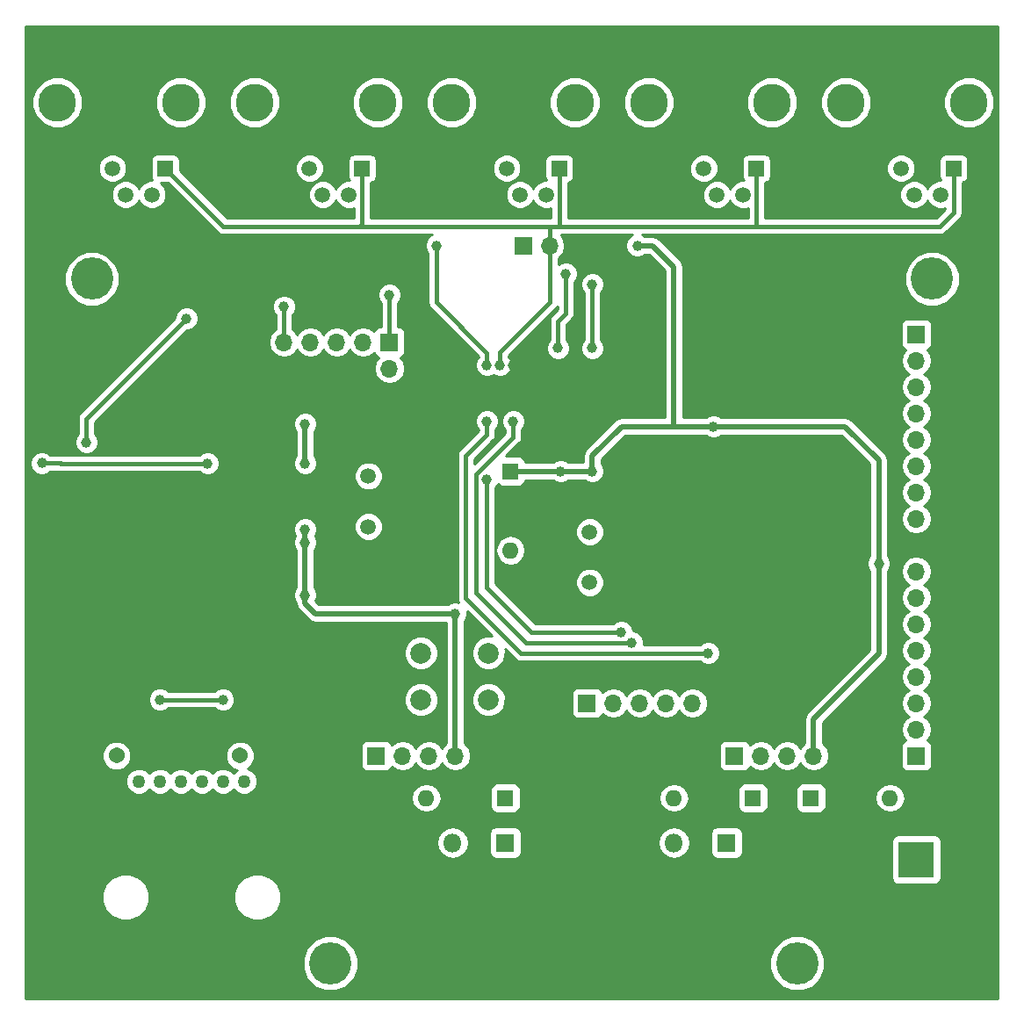
<source format=gbr>
G04 #@! TF.FileFunction,Copper,L2,Bot,Signal*
%FSLAX46Y46*%
G04 Gerber Fmt 4.6, Leading zero omitted, Abs format (unit mm)*
G04 Created by KiCad (PCBNEW 4.0.7-e2-6376~58~ubuntu16.04.1) date Wed Jun 27 11:11:34 2018*
%MOMM*%
%LPD*%
G01*
G04 APERTURE LIST*
%ADD10C,0.100000*%
%ADD11R,3.500000X3.500000*%
%ADD12C,1.540000*%
%ADD13C,1.270000*%
%ADD14C,1.790000*%
%ADD15C,1.500000*%
%ADD16C,3.650000*%
%ADD17R,1.500000X1.500000*%
%ADD18R,1.700000X1.700000*%
%ADD19O,1.700000X1.700000*%
%ADD20R,1.600000X1.600000*%
%ADD21O,1.600000X1.600000*%
%ADD22C,2.000000*%
%ADD23R,1.800000X1.800000*%
%ADD24O,1.800000X1.800000*%
%ADD25C,4.064000*%
%ADD26C,1.000000*%
%ADD27C,0.500000*%
%ADD28C,0.400000*%
%ADD29C,0.254000*%
G04 APERTURE END LIST*
D10*
D11*
X126492000Y-152000000D03*
X126492000Y-158000000D03*
X131192000Y-155000000D03*
D12*
X63830000Y-141980000D03*
X61290000Y-141980000D03*
D13*
X61680000Y-144450000D03*
X59650000Y-144450000D03*
X57620000Y-144450000D03*
X55590000Y-144450000D03*
X53560000Y-144450000D03*
X51530000Y-144450000D03*
D12*
X49380000Y-141980000D03*
X51920000Y-141980000D03*
D14*
X48550000Y-158790000D03*
X64680000Y-158790000D03*
D15*
X94996000Y-120396000D03*
X94996000Y-125276000D03*
D16*
X43688000Y-78994000D03*
X55558000Y-78994000D03*
D17*
X54068000Y-85344000D03*
D15*
X52798000Y-87884000D03*
X51528000Y-85344000D03*
X50258000Y-87884000D03*
X48988000Y-85344000D03*
X47718000Y-87884000D03*
X46448000Y-85344000D03*
X45178000Y-87884000D03*
D18*
X75692000Y-102108000D03*
D19*
X75692000Y-104648000D03*
X73152000Y-102108000D03*
X73152000Y-104648000D03*
X70612000Y-102108000D03*
X70612000Y-104648000D03*
X68072000Y-102108000D03*
X68072000Y-104648000D03*
X65532000Y-102108000D03*
X65532000Y-104648000D03*
D20*
X87376000Y-114554000D03*
D21*
X87376000Y-122174000D03*
D20*
X116332000Y-146050000D03*
D21*
X123952000Y-146050000D03*
D20*
X110744000Y-146050000D03*
D21*
X103124000Y-146050000D03*
D20*
X86868000Y-146050000D03*
D21*
X79248000Y-146050000D03*
D18*
X126492000Y-101346000D03*
D19*
X126492000Y-103886000D03*
X126492000Y-106426000D03*
X126492000Y-108966000D03*
X126492000Y-111506000D03*
X126492000Y-114046000D03*
X126492000Y-116586000D03*
X126492000Y-119126000D03*
D18*
X126492000Y-141986000D03*
D19*
X126492000Y-139446000D03*
X126492000Y-136906000D03*
X126492000Y-134366000D03*
X126492000Y-131826000D03*
X126492000Y-129286000D03*
X126492000Y-126746000D03*
X126492000Y-124206000D03*
D18*
X94742000Y-136906000D03*
D19*
X97282000Y-136906000D03*
X99822000Y-136906000D03*
X102362000Y-136906000D03*
X104902000Y-136906000D03*
D16*
X100698500Y-78994000D03*
X112568500Y-78994000D03*
D17*
X111078500Y-85344000D03*
D15*
X109808500Y-87884000D03*
X108538500Y-85344000D03*
X107268500Y-87884000D03*
X105998500Y-85344000D03*
X104728500Y-87884000D03*
X103458500Y-85344000D03*
X102188500Y-87884000D03*
D18*
X86614000Y-141986000D03*
D19*
X89154000Y-141986000D03*
X91694000Y-141986000D03*
X94234000Y-141986000D03*
X96774000Y-141986000D03*
X99314000Y-141986000D03*
X101854000Y-141986000D03*
X104394000Y-141986000D03*
D16*
X81695000Y-78994000D03*
X93565000Y-78994000D03*
D17*
X92075000Y-85344000D03*
D15*
X90805000Y-87884000D03*
X89535000Y-85344000D03*
X88265000Y-87884000D03*
X86995000Y-85344000D03*
X85725000Y-87884000D03*
X84455000Y-85344000D03*
X83185000Y-87884000D03*
D16*
X119702000Y-78994000D03*
X131572000Y-78994000D03*
D17*
X130082000Y-85344000D03*
D15*
X128812000Y-87884000D03*
X127542000Y-85344000D03*
X126272000Y-87884000D03*
X125002000Y-85344000D03*
X123732000Y-87884000D03*
X122462000Y-85344000D03*
X121192000Y-87884000D03*
D18*
X108966000Y-141986000D03*
D19*
X111506000Y-141986000D03*
X114046000Y-141986000D03*
X116586000Y-141986000D03*
D16*
X62691500Y-78994000D03*
X74561500Y-78994000D03*
D17*
X73071500Y-85344000D03*
D15*
X71801500Y-87884000D03*
X70531500Y-85344000D03*
X69261500Y-87884000D03*
X67991500Y-85344000D03*
X66721500Y-87884000D03*
X65451500Y-85344000D03*
X64181500Y-87884000D03*
D18*
X74422000Y-141986000D03*
D19*
X76962000Y-141986000D03*
X79502000Y-141986000D03*
X82042000Y-141986000D03*
D18*
X88604420Y-92810780D03*
D19*
X91144420Y-92810780D03*
D22*
X78740000Y-136580000D03*
X78740000Y-132080000D03*
X85240000Y-136580000D03*
X85240000Y-132080000D03*
D23*
X108204000Y-150368000D03*
D24*
X105664000Y-150368000D03*
X103124000Y-150368000D03*
D23*
X86868000Y-150368000D03*
D24*
X84328000Y-150368000D03*
X81788000Y-150368000D03*
D15*
X73660000Y-119888000D03*
X73660000Y-115008000D03*
D25*
X128000000Y-96000000D03*
X47000000Y-96000000D03*
X115000000Y-162000000D03*
X70000000Y-162000000D03*
D26*
X120586000Y-120650000D03*
X120586000Y-118110000D03*
X89408000Y-137922000D03*
X63000000Y-118500000D03*
X95250000Y-110554000D03*
X87630000Y-104328000D03*
X72539420Y-92810780D03*
X106934000Y-106236000D03*
X118808000Y-99314000D03*
X118808000Y-102870000D03*
X106500000Y-119596000D03*
X108204000Y-134048000D03*
X75184000Y-136080000D03*
X67532000Y-136856000D03*
X89408000Y-163830000D03*
X75692000Y-153946000D03*
X81788000Y-159480000D03*
X86868000Y-159480000D03*
X94996000Y-156468000D03*
X103124000Y-159480000D03*
X108204000Y-159480000D03*
X116332000Y-156466000D03*
X90678000Y-128206000D03*
X90678000Y-117412000D03*
X77978000Y-122904000D03*
X77978000Y-112046000D03*
X51010000Y-109982000D03*
X42640000Y-137904000D03*
X54864000Y-130492000D03*
X99589420Y-92810780D03*
X122872000Y-123444000D03*
X106934000Y-110236000D03*
X92202000Y-114554000D03*
X95250000Y-114554000D03*
X82042000Y-128270000D03*
X67566000Y-126492000D03*
X67566000Y-120142000D03*
X67566000Y-121412000D03*
X67566000Y-113792000D03*
X67566000Y-109982000D03*
X75692000Y-97536000D03*
X56134000Y-99822000D03*
X46482000Y-111760000D03*
X65532000Y-98675980D03*
X86360000Y-104328000D03*
X80222420Y-92810780D03*
X85090000Y-104328000D03*
X95250000Y-102680000D03*
X95250000Y-96520000D03*
X92710000Y-95504000D03*
X91948000Y-102680000D03*
X91948000Y-102680000D03*
X59658000Y-136570000D03*
X53562000Y-136570000D03*
X85090000Y-115316000D03*
X98044000Y-130048000D03*
X99060000Y-131064000D03*
X87630000Y-109728000D03*
X106426000Y-132080000D03*
X85090000Y-109728000D03*
X42171200Y-113784800D03*
X58166000Y-113792000D03*
D27*
X98068000Y-110236000D02*
X103124000Y-110236000D01*
X103124000Y-110236000D02*
X105634000Y-110236000D01*
X99589420Y-92810780D02*
X101089420Y-92810780D01*
X101089420Y-92810780D02*
X103124000Y-94845360D01*
X103124000Y-94845360D02*
X103124000Y-110236000D01*
X92202000Y-114554000D02*
X95250000Y-114554000D01*
X87376000Y-114554000D02*
X92202000Y-114554000D01*
X122872000Y-123444000D02*
X122872000Y-132144000D01*
X122872000Y-132144000D02*
X116586000Y-138430000D01*
X116586000Y-138430000D02*
X116586000Y-141986000D01*
X95250000Y-114554000D02*
X95250000Y-113054000D01*
X95250000Y-113054000D02*
X98068000Y-110236000D01*
X105634000Y-110236000D02*
X106934000Y-110236000D01*
X122872000Y-113474000D02*
X119634000Y-110236000D01*
X119634000Y-110236000D02*
X106934000Y-110236000D01*
X122872000Y-123444000D02*
X122872000Y-113474000D01*
X67566000Y-121412000D02*
X67566000Y-126492000D01*
X67566000Y-120142000D02*
X67566000Y-121412000D01*
X67566000Y-126500000D02*
X67566000Y-127292000D01*
X67566000Y-126492000D02*
X67566000Y-126500000D01*
X67566000Y-127292000D02*
X68544000Y-128270000D01*
X68544000Y-128270000D02*
X82042000Y-128270000D01*
X82042000Y-141986000D02*
X82042000Y-128270000D01*
X67566000Y-109982000D02*
X67566000Y-113792000D01*
D28*
X75692000Y-102108000D02*
X75692000Y-98298000D01*
X75692000Y-98298000D02*
X75692000Y-97975970D01*
X75692000Y-97536000D02*
X75692000Y-98298000D01*
X55880000Y-100076000D02*
X56134000Y-99822000D01*
X46482000Y-109474000D02*
X55880000Y-100076000D01*
X46482000Y-111760000D02*
X46482000Y-109474000D01*
X65532000Y-98675980D02*
X65532000Y-102108000D01*
X110998000Y-90932000D02*
X128778000Y-90932000D01*
X128778000Y-90932000D02*
X130082000Y-89628000D01*
X95250000Y-90932000D02*
X91948000Y-90932000D01*
X95504000Y-90932000D02*
X95250000Y-90932000D01*
X95250000Y-90932000D02*
X110998000Y-90932000D01*
X110998000Y-90932000D02*
X111078500Y-90851500D01*
X111078500Y-85344000D02*
X111078500Y-90851500D01*
X130082000Y-85344000D02*
X130082000Y-89628000D01*
X91144420Y-94488000D02*
X91144420Y-92810780D01*
X91144420Y-98256420D02*
X91144420Y-94488000D01*
X91144420Y-94488000D02*
X91144420Y-90973580D01*
X86360000Y-104328000D02*
X86360000Y-103040840D01*
X86360000Y-103040840D02*
X91144420Y-98256420D01*
X91948000Y-90932000D02*
X91186000Y-90932000D01*
X91186000Y-90932000D02*
X72898000Y-90932000D01*
X91144420Y-92810780D02*
X91144420Y-90973580D01*
X91144420Y-90973580D02*
X91186000Y-90932000D01*
X92075000Y-85344000D02*
X92075000Y-90805000D01*
X92075000Y-90805000D02*
X91948000Y-90932000D01*
X72898000Y-90932000D02*
X59690000Y-90932000D01*
X73071500Y-85344000D02*
X73071500Y-90758500D01*
X73071500Y-90758500D02*
X72898000Y-90932000D01*
X59690000Y-90932000D02*
X54102000Y-85344000D01*
X54102000Y-85344000D02*
X54068000Y-85344000D01*
X85090000Y-104328000D02*
X85090000Y-103124000D01*
X85090000Y-103124000D02*
X80222420Y-98256420D01*
X80222420Y-98256420D02*
X80222420Y-92810780D01*
X95250000Y-102680000D02*
X95250000Y-96520000D01*
X92710000Y-99314000D02*
X92710000Y-95504000D01*
X91948000Y-100076000D02*
X92710000Y-99314000D01*
X91948000Y-101280000D02*
X91948000Y-100076000D01*
X91948000Y-102680000D02*
X91948000Y-101280000D01*
X53562000Y-136570000D02*
X59658000Y-136570000D01*
X85090000Y-125730000D02*
X85090000Y-115316000D01*
X89408000Y-130048000D02*
X85090000Y-125730000D01*
X98044000Y-130048000D02*
X89408000Y-130048000D01*
X99060000Y-131064000D02*
X88900000Y-131064000D01*
X84074000Y-114808000D02*
X87630000Y-111252000D01*
X88900000Y-131064000D02*
X84074000Y-126238000D01*
X84074000Y-126238000D02*
X84074000Y-114808000D01*
X87630000Y-111252000D02*
X87630000Y-109728000D01*
X106426000Y-132080000D02*
X88392000Y-132080000D01*
X88392000Y-132080000D02*
X83058000Y-126746000D01*
X83058000Y-126746000D02*
X83058000Y-113030000D01*
X83058000Y-113030000D02*
X85090000Y-110998000D01*
X85090000Y-110998000D02*
X85090000Y-109728000D01*
X44000000Y-113784800D02*
X42171200Y-113784800D01*
X58166000Y-113792000D02*
X44007200Y-113792000D01*
X44007200Y-113792000D02*
X44000000Y-113784800D01*
D29*
G36*
X134373000Y-165373000D02*
X40627000Y-165373000D01*
X40627000Y-162528172D01*
X67332538Y-162528172D01*
X67737709Y-163508761D01*
X68487293Y-164259655D01*
X69467173Y-164666536D01*
X70528172Y-164667462D01*
X71508761Y-164262291D01*
X72259655Y-163512707D01*
X72666536Y-162532827D01*
X72666540Y-162528172D01*
X112332538Y-162528172D01*
X112737709Y-163508761D01*
X113487293Y-164259655D01*
X114467173Y-164666536D01*
X115528172Y-164667462D01*
X116508761Y-164262291D01*
X117259655Y-163512707D01*
X117666536Y-162532827D01*
X117667462Y-161471828D01*
X117262291Y-160491239D01*
X116512707Y-159740345D01*
X115532827Y-159333464D01*
X114471828Y-159332538D01*
X113491239Y-159737709D01*
X112740345Y-160487293D01*
X112333464Y-161467173D01*
X112332538Y-162528172D01*
X72666540Y-162528172D01*
X72667462Y-161471828D01*
X72262291Y-160491239D01*
X71512707Y-159740345D01*
X70532827Y-159333464D01*
X69471828Y-159332538D01*
X68491239Y-159737709D01*
X67740345Y-160487293D01*
X67333464Y-161467173D01*
X67332538Y-162528172D01*
X40627000Y-162528172D01*
X40627000Y-156067570D01*
X47999609Y-156067570D01*
X48342948Y-156898515D01*
X48978141Y-157534818D01*
X49808486Y-157879607D01*
X50707570Y-157880391D01*
X51538515Y-157537052D01*
X52174818Y-156901859D01*
X52519607Y-156071514D01*
X52519610Y-156067570D01*
X60699609Y-156067570D01*
X61042948Y-156898515D01*
X61678141Y-157534818D01*
X62508486Y-157879607D01*
X63407570Y-157880391D01*
X64238515Y-157537052D01*
X64874818Y-156901859D01*
X65219607Y-156071514D01*
X65220391Y-155172430D01*
X64877052Y-154341485D01*
X64241859Y-153705182D01*
X63411514Y-153360393D01*
X62512430Y-153359609D01*
X61681485Y-153702948D01*
X61045182Y-154338141D01*
X60700393Y-155168486D01*
X60699609Y-156067570D01*
X52519610Y-156067570D01*
X52520391Y-155172430D01*
X52177052Y-154341485D01*
X51541859Y-153705182D01*
X50711514Y-153360393D01*
X49812430Y-153359609D01*
X48981485Y-153702948D01*
X48345182Y-154338141D01*
X48000393Y-155168486D01*
X47999609Y-156067570D01*
X40627000Y-156067570D01*
X40627000Y-150368000D01*
X80222928Y-150368000D01*
X80339773Y-150955419D01*
X80672519Y-151453409D01*
X81170509Y-151786155D01*
X81757928Y-151903000D01*
X81818072Y-151903000D01*
X82405491Y-151786155D01*
X82903481Y-151453409D01*
X83236227Y-150955419D01*
X83353072Y-150368000D01*
X83236227Y-149780581D01*
X83027368Y-149468000D01*
X85320560Y-149468000D01*
X85320560Y-151268000D01*
X85364838Y-151503317D01*
X85503910Y-151719441D01*
X85716110Y-151864431D01*
X85968000Y-151915440D01*
X87768000Y-151915440D01*
X88003317Y-151871162D01*
X88219441Y-151732090D01*
X88364431Y-151519890D01*
X88415440Y-151268000D01*
X88415440Y-150368000D01*
X101558928Y-150368000D01*
X101675773Y-150955419D01*
X102008519Y-151453409D01*
X102506509Y-151786155D01*
X103093928Y-151903000D01*
X103154072Y-151903000D01*
X103741491Y-151786155D01*
X104239481Y-151453409D01*
X104572227Y-150955419D01*
X104689072Y-150368000D01*
X104572227Y-149780581D01*
X104363368Y-149468000D01*
X106656560Y-149468000D01*
X106656560Y-151268000D01*
X106700838Y-151503317D01*
X106839910Y-151719441D01*
X107052110Y-151864431D01*
X107304000Y-151915440D01*
X109104000Y-151915440D01*
X109339317Y-151871162D01*
X109555441Y-151732090D01*
X109700431Y-151519890D01*
X109751440Y-151268000D01*
X109751440Y-150250000D01*
X124094560Y-150250000D01*
X124094560Y-153750000D01*
X124138838Y-153985317D01*
X124277910Y-154201441D01*
X124490110Y-154346431D01*
X124742000Y-154397440D01*
X128242000Y-154397440D01*
X128477317Y-154353162D01*
X128693441Y-154214090D01*
X128838431Y-154001890D01*
X128889440Y-153750000D01*
X128889440Y-150250000D01*
X128845162Y-150014683D01*
X128706090Y-149798559D01*
X128493890Y-149653569D01*
X128242000Y-149602560D01*
X124742000Y-149602560D01*
X124506683Y-149646838D01*
X124290559Y-149785910D01*
X124145569Y-149998110D01*
X124094560Y-150250000D01*
X109751440Y-150250000D01*
X109751440Y-149468000D01*
X109707162Y-149232683D01*
X109568090Y-149016559D01*
X109355890Y-148871569D01*
X109104000Y-148820560D01*
X107304000Y-148820560D01*
X107068683Y-148864838D01*
X106852559Y-149003910D01*
X106707569Y-149216110D01*
X106656560Y-149468000D01*
X104363368Y-149468000D01*
X104239481Y-149282591D01*
X103741491Y-148949845D01*
X103154072Y-148833000D01*
X103093928Y-148833000D01*
X102506509Y-148949845D01*
X102008519Y-149282591D01*
X101675773Y-149780581D01*
X101558928Y-150368000D01*
X88415440Y-150368000D01*
X88415440Y-149468000D01*
X88371162Y-149232683D01*
X88232090Y-149016559D01*
X88019890Y-148871569D01*
X87768000Y-148820560D01*
X85968000Y-148820560D01*
X85732683Y-148864838D01*
X85516559Y-149003910D01*
X85371569Y-149216110D01*
X85320560Y-149468000D01*
X83027368Y-149468000D01*
X82903481Y-149282591D01*
X82405491Y-148949845D01*
X81818072Y-148833000D01*
X81757928Y-148833000D01*
X81170509Y-148949845D01*
X80672519Y-149282591D01*
X80339773Y-149780581D01*
X80222928Y-150368000D01*
X40627000Y-150368000D01*
X40627000Y-146050000D01*
X77784887Y-146050000D01*
X77894120Y-146599151D01*
X78205189Y-147064698D01*
X78670736Y-147375767D01*
X79219887Y-147485000D01*
X79276113Y-147485000D01*
X79825264Y-147375767D01*
X80290811Y-147064698D01*
X80601880Y-146599151D01*
X80711113Y-146050000D01*
X80601880Y-145500849D01*
X80434268Y-145250000D01*
X85420560Y-145250000D01*
X85420560Y-146850000D01*
X85464838Y-147085317D01*
X85603910Y-147301441D01*
X85816110Y-147446431D01*
X86068000Y-147497440D01*
X87668000Y-147497440D01*
X87903317Y-147453162D01*
X88119441Y-147314090D01*
X88264431Y-147101890D01*
X88315440Y-146850000D01*
X88315440Y-146050000D01*
X101660887Y-146050000D01*
X101770120Y-146599151D01*
X102081189Y-147064698D01*
X102546736Y-147375767D01*
X103095887Y-147485000D01*
X103152113Y-147485000D01*
X103701264Y-147375767D01*
X104166811Y-147064698D01*
X104477880Y-146599151D01*
X104587113Y-146050000D01*
X104477880Y-145500849D01*
X104310268Y-145250000D01*
X109296560Y-145250000D01*
X109296560Y-146850000D01*
X109340838Y-147085317D01*
X109479910Y-147301441D01*
X109692110Y-147446431D01*
X109944000Y-147497440D01*
X111544000Y-147497440D01*
X111779317Y-147453162D01*
X111995441Y-147314090D01*
X112140431Y-147101890D01*
X112191440Y-146850000D01*
X112191440Y-145250000D01*
X114884560Y-145250000D01*
X114884560Y-146850000D01*
X114928838Y-147085317D01*
X115067910Y-147301441D01*
X115280110Y-147446431D01*
X115532000Y-147497440D01*
X117132000Y-147497440D01*
X117367317Y-147453162D01*
X117583441Y-147314090D01*
X117728431Y-147101890D01*
X117779440Y-146850000D01*
X117779440Y-146050000D01*
X122488887Y-146050000D01*
X122598120Y-146599151D01*
X122909189Y-147064698D01*
X123374736Y-147375767D01*
X123923887Y-147485000D01*
X123980113Y-147485000D01*
X124529264Y-147375767D01*
X124994811Y-147064698D01*
X125305880Y-146599151D01*
X125415113Y-146050000D01*
X125305880Y-145500849D01*
X124994811Y-145035302D01*
X124529264Y-144724233D01*
X123980113Y-144615000D01*
X123923887Y-144615000D01*
X123374736Y-144724233D01*
X122909189Y-145035302D01*
X122598120Y-145500849D01*
X122488887Y-146050000D01*
X117779440Y-146050000D01*
X117779440Y-145250000D01*
X117735162Y-145014683D01*
X117596090Y-144798559D01*
X117383890Y-144653569D01*
X117132000Y-144602560D01*
X115532000Y-144602560D01*
X115296683Y-144646838D01*
X115080559Y-144785910D01*
X114935569Y-144998110D01*
X114884560Y-145250000D01*
X112191440Y-145250000D01*
X112147162Y-145014683D01*
X112008090Y-144798559D01*
X111795890Y-144653569D01*
X111544000Y-144602560D01*
X109944000Y-144602560D01*
X109708683Y-144646838D01*
X109492559Y-144785910D01*
X109347569Y-144998110D01*
X109296560Y-145250000D01*
X104310268Y-145250000D01*
X104166811Y-145035302D01*
X103701264Y-144724233D01*
X103152113Y-144615000D01*
X103095887Y-144615000D01*
X102546736Y-144724233D01*
X102081189Y-145035302D01*
X101770120Y-145500849D01*
X101660887Y-146050000D01*
X88315440Y-146050000D01*
X88315440Y-145250000D01*
X88271162Y-145014683D01*
X88132090Y-144798559D01*
X87919890Y-144653569D01*
X87668000Y-144602560D01*
X86068000Y-144602560D01*
X85832683Y-144646838D01*
X85616559Y-144785910D01*
X85471569Y-144998110D01*
X85420560Y-145250000D01*
X80434268Y-145250000D01*
X80290811Y-145035302D01*
X79825264Y-144724233D01*
X79276113Y-144615000D01*
X79219887Y-144615000D01*
X78670736Y-144724233D01*
X78205189Y-145035302D01*
X77894120Y-145500849D01*
X77784887Y-146050000D01*
X40627000Y-146050000D01*
X40627000Y-144701510D01*
X50259780Y-144701510D01*
X50452718Y-145168458D01*
X50809663Y-145526026D01*
X51276273Y-145719779D01*
X51781510Y-145720220D01*
X52248458Y-145527282D01*
X52545204Y-145231053D01*
X52839663Y-145526026D01*
X53306273Y-145719779D01*
X53811510Y-145720220D01*
X54278458Y-145527282D01*
X54575204Y-145231053D01*
X54869663Y-145526026D01*
X55336273Y-145719779D01*
X55841510Y-145720220D01*
X56308458Y-145527282D01*
X56605204Y-145231053D01*
X56899663Y-145526026D01*
X57366273Y-145719779D01*
X57871510Y-145720220D01*
X58338458Y-145527282D01*
X58635204Y-145231053D01*
X58929663Y-145526026D01*
X59396273Y-145719779D01*
X59901510Y-145720220D01*
X60368458Y-145527282D01*
X60665204Y-145231053D01*
X60959663Y-145526026D01*
X61426273Y-145719779D01*
X61931510Y-145720220D01*
X62398458Y-145527282D01*
X62756026Y-145170337D01*
X62949779Y-144703727D01*
X62950220Y-144198490D01*
X62757282Y-143731542D01*
X62400337Y-143373974D01*
X61998922Y-143207292D01*
X62084829Y-143171796D01*
X62480407Y-142776908D01*
X62694756Y-142260698D01*
X62695244Y-141701754D01*
X62481796Y-141185171D01*
X62086908Y-140789593D01*
X61570698Y-140575244D01*
X61011754Y-140574756D01*
X60495171Y-140788204D01*
X60099593Y-141183092D01*
X59885244Y-141699302D01*
X59884756Y-142258246D01*
X60098204Y-142774829D01*
X60493092Y-143170407D01*
X60970950Y-143368831D01*
X60961542Y-143372718D01*
X60664796Y-143668947D01*
X60370337Y-143373974D01*
X59903727Y-143180221D01*
X59398490Y-143179780D01*
X58931542Y-143372718D01*
X58634796Y-143668947D01*
X58340337Y-143373974D01*
X57873727Y-143180221D01*
X57368490Y-143179780D01*
X56901542Y-143372718D01*
X56604796Y-143668947D01*
X56310337Y-143373974D01*
X55843727Y-143180221D01*
X55338490Y-143179780D01*
X54871542Y-143372718D01*
X54574796Y-143668947D01*
X54280337Y-143373974D01*
X53813727Y-143180221D01*
X53308490Y-143179780D01*
X52841542Y-143372718D01*
X52544796Y-143668947D01*
X52250337Y-143373974D01*
X51783727Y-143180221D01*
X51278490Y-143179780D01*
X50811542Y-143372718D01*
X50453974Y-143729663D01*
X50260221Y-144196273D01*
X50259780Y-144701510D01*
X40627000Y-144701510D01*
X40627000Y-142258246D01*
X47974756Y-142258246D01*
X48188204Y-142774829D01*
X48583092Y-143170407D01*
X49099302Y-143384756D01*
X49658246Y-143385244D01*
X50174829Y-143171796D01*
X50570407Y-142776908D01*
X50784756Y-142260698D01*
X50785244Y-141701754D01*
X50571796Y-141185171D01*
X50176908Y-140789593D01*
X49660698Y-140575244D01*
X49101754Y-140574756D01*
X48585171Y-140788204D01*
X48189593Y-141183092D01*
X47975244Y-141699302D01*
X47974756Y-142258246D01*
X40627000Y-142258246D01*
X40627000Y-136794775D01*
X52426803Y-136794775D01*
X52599233Y-137212086D01*
X52918235Y-137531645D01*
X53335244Y-137704803D01*
X53786775Y-137705197D01*
X54204086Y-137532767D01*
X54332076Y-137405000D01*
X58887811Y-137405000D01*
X59014235Y-137531645D01*
X59431244Y-137704803D01*
X59882775Y-137705197D01*
X60300086Y-137532767D01*
X60619645Y-137213765D01*
X60748356Y-136903795D01*
X77104716Y-136903795D01*
X77353106Y-137504943D01*
X77812637Y-137965278D01*
X78413352Y-138214716D01*
X79063795Y-138215284D01*
X79664943Y-137966894D01*
X80125278Y-137507363D01*
X80374716Y-136906648D01*
X80375284Y-136256205D01*
X80126894Y-135655057D01*
X79667363Y-135194722D01*
X79066648Y-134945284D01*
X78416205Y-134944716D01*
X77815057Y-135193106D01*
X77354722Y-135652637D01*
X77105284Y-136253352D01*
X77104716Y-136903795D01*
X60748356Y-136903795D01*
X60792803Y-136796756D01*
X60793197Y-136345225D01*
X60620767Y-135927914D01*
X60301765Y-135608355D01*
X59884756Y-135435197D01*
X59433225Y-135434803D01*
X59015914Y-135607233D01*
X58887924Y-135735000D01*
X54332189Y-135735000D01*
X54205765Y-135608355D01*
X53788756Y-135435197D01*
X53337225Y-135434803D01*
X52919914Y-135607233D01*
X52600355Y-135926235D01*
X52427197Y-136343244D01*
X52426803Y-136794775D01*
X40627000Y-136794775D01*
X40627000Y-132403795D01*
X77104716Y-132403795D01*
X77353106Y-133004943D01*
X77812637Y-133465278D01*
X78413352Y-133714716D01*
X79063795Y-133715284D01*
X79664943Y-133466894D01*
X80125278Y-133007363D01*
X80374716Y-132406648D01*
X80375284Y-131756205D01*
X80126894Y-131155057D01*
X79667363Y-130694722D01*
X79066648Y-130445284D01*
X78416205Y-130444716D01*
X77815057Y-130693106D01*
X77354722Y-131152637D01*
X77105284Y-131753352D01*
X77104716Y-132403795D01*
X40627000Y-132403795D01*
X40627000Y-115282285D01*
X72274760Y-115282285D01*
X72485169Y-115791515D01*
X72874436Y-116181461D01*
X73383298Y-116392759D01*
X73934285Y-116393240D01*
X74443515Y-116182831D01*
X74833461Y-115793564D01*
X75044759Y-115284702D01*
X75045240Y-114733715D01*
X74834831Y-114224485D01*
X74445564Y-113834539D01*
X73936702Y-113623241D01*
X73385715Y-113622760D01*
X72876485Y-113833169D01*
X72486539Y-114222436D01*
X72275241Y-114731298D01*
X72274760Y-115282285D01*
X40627000Y-115282285D01*
X40627000Y-114009575D01*
X41036003Y-114009575D01*
X41208433Y-114426886D01*
X41527435Y-114746445D01*
X41944444Y-114919603D01*
X42395975Y-114919997D01*
X42813286Y-114747567D01*
X42941276Y-114619800D01*
X43971003Y-114619800D01*
X44007200Y-114627000D01*
X57395811Y-114627000D01*
X57522235Y-114753645D01*
X57939244Y-114926803D01*
X58390775Y-114927197D01*
X58808086Y-114754767D01*
X59127645Y-114435765D01*
X59300803Y-114018756D01*
X59301197Y-113567225D01*
X59128767Y-113149914D01*
X58809765Y-112830355D01*
X58392756Y-112657197D01*
X57941225Y-112656803D01*
X57523914Y-112829233D01*
X57395924Y-112957000D01*
X44036197Y-112957000D01*
X44000000Y-112949800D01*
X42941389Y-112949800D01*
X42814965Y-112823155D01*
X42397956Y-112649997D01*
X41946425Y-112649603D01*
X41529114Y-112822033D01*
X41209555Y-113141035D01*
X41036397Y-113558044D01*
X41036003Y-114009575D01*
X40627000Y-114009575D01*
X40627000Y-111984775D01*
X45346803Y-111984775D01*
X45519233Y-112402086D01*
X45838235Y-112721645D01*
X46255244Y-112894803D01*
X46706775Y-112895197D01*
X47124086Y-112722767D01*
X47443645Y-112403765D01*
X47616803Y-111986756D01*
X47617197Y-111535225D01*
X47444767Y-111117914D01*
X47317000Y-110989924D01*
X47317000Y-110206775D01*
X66430803Y-110206775D01*
X66603233Y-110624086D01*
X66681000Y-110701989D01*
X66681000Y-113071724D01*
X66604355Y-113148235D01*
X66431197Y-113565244D01*
X66430803Y-114016775D01*
X66603233Y-114434086D01*
X66922235Y-114753645D01*
X67339244Y-114926803D01*
X67790775Y-114927197D01*
X68208086Y-114754767D01*
X68527645Y-114435765D01*
X68700803Y-114018756D01*
X68701197Y-113567225D01*
X68528767Y-113149914D01*
X68451000Y-113072011D01*
X68451000Y-110702276D01*
X68527645Y-110625765D01*
X68700803Y-110208756D01*
X68701197Y-109757225D01*
X68528767Y-109339914D01*
X68209765Y-109020355D01*
X67792756Y-108847197D01*
X67341225Y-108846803D01*
X66923914Y-109019233D01*
X66604355Y-109338235D01*
X66431197Y-109755244D01*
X66430803Y-110206775D01*
X47317000Y-110206775D01*
X47317000Y-109819868D01*
X55057961Y-102078907D01*
X64047000Y-102078907D01*
X64047000Y-102137093D01*
X64160039Y-102705378D01*
X64481946Y-103187147D01*
X64963715Y-103509054D01*
X65532000Y-103622093D01*
X66100285Y-103509054D01*
X66582054Y-103187147D01*
X66802000Y-102857974D01*
X67021946Y-103187147D01*
X67503715Y-103509054D01*
X68072000Y-103622093D01*
X68640285Y-103509054D01*
X69122054Y-103187147D01*
X69342000Y-102857974D01*
X69561946Y-103187147D01*
X70043715Y-103509054D01*
X70612000Y-103622093D01*
X71180285Y-103509054D01*
X71662054Y-103187147D01*
X71882000Y-102857974D01*
X72101946Y-103187147D01*
X72583715Y-103509054D01*
X73152000Y-103622093D01*
X73720285Y-103509054D01*
X74202054Y-103187147D01*
X74229850Y-103145548D01*
X74238838Y-103193317D01*
X74377910Y-103409441D01*
X74590110Y-103554431D01*
X74646454Y-103565841D01*
X74641946Y-103568853D01*
X74320039Y-104050622D01*
X74207000Y-104618907D01*
X74207000Y-104677093D01*
X74320039Y-105245378D01*
X74641946Y-105727147D01*
X75123715Y-106049054D01*
X75692000Y-106162093D01*
X76260285Y-106049054D01*
X76742054Y-105727147D01*
X77063961Y-105245378D01*
X77177000Y-104677093D01*
X77177000Y-104618907D01*
X77063961Y-104050622D01*
X76742054Y-103568853D01*
X76740821Y-103568029D01*
X76777317Y-103561162D01*
X76993441Y-103422090D01*
X77138431Y-103209890D01*
X77189440Y-102958000D01*
X77189440Y-101258000D01*
X77145162Y-101022683D01*
X77006090Y-100806559D01*
X76793890Y-100661569D01*
X76542000Y-100610560D01*
X76527000Y-100610560D01*
X76527000Y-98306189D01*
X76653645Y-98179765D01*
X76826803Y-97762756D01*
X76827197Y-97311225D01*
X76654767Y-96893914D01*
X76335765Y-96574355D01*
X75918756Y-96401197D01*
X75467225Y-96400803D01*
X75049914Y-96573233D01*
X74730355Y-96892235D01*
X74557197Y-97309244D01*
X74556803Y-97760775D01*
X74729233Y-98178086D01*
X74857000Y-98306076D01*
X74857000Y-100610560D01*
X74842000Y-100610560D01*
X74606683Y-100654838D01*
X74390559Y-100793910D01*
X74245569Y-101006110D01*
X74231914Y-101073541D01*
X74202054Y-101028853D01*
X73720285Y-100706946D01*
X73152000Y-100593907D01*
X72583715Y-100706946D01*
X72101946Y-101028853D01*
X71882000Y-101358026D01*
X71662054Y-101028853D01*
X71180285Y-100706946D01*
X70612000Y-100593907D01*
X70043715Y-100706946D01*
X69561946Y-101028853D01*
X69342000Y-101358026D01*
X69122054Y-101028853D01*
X68640285Y-100706946D01*
X68072000Y-100593907D01*
X67503715Y-100706946D01*
X67021946Y-101028853D01*
X66802000Y-101358026D01*
X66582054Y-101028853D01*
X66367000Y-100885159D01*
X66367000Y-99446169D01*
X66493645Y-99319745D01*
X66666803Y-98902736D01*
X66667197Y-98451205D01*
X66494767Y-98033894D01*
X66175765Y-97714335D01*
X65758756Y-97541177D01*
X65307225Y-97540783D01*
X64889914Y-97713213D01*
X64570355Y-98032215D01*
X64397197Y-98449224D01*
X64396803Y-98900755D01*
X64569233Y-99318066D01*
X64697000Y-99446056D01*
X64697000Y-100885159D01*
X64481946Y-101028853D01*
X64160039Y-101510622D01*
X64047000Y-102078907D01*
X55057961Y-102078907D01*
X56179827Y-100957041D01*
X56358775Y-100957197D01*
X56776086Y-100784767D01*
X57095645Y-100465765D01*
X57268803Y-100048756D01*
X57269197Y-99597225D01*
X57096767Y-99179914D01*
X56777765Y-98860355D01*
X56360756Y-98687197D01*
X55909225Y-98686803D01*
X55491914Y-98859233D01*
X55172355Y-99178235D01*
X54999197Y-99595244D01*
X54999039Y-99776093D01*
X45891566Y-108883566D01*
X45710561Y-109154459D01*
X45647000Y-109474000D01*
X45647000Y-110989811D01*
X45520355Y-111116235D01*
X45347197Y-111533244D01*
X45346803Y-111984775D01*
X40627000Y-111984775D01*
X40627000Y-96528172D01*
X44332538Y-96528172D01*
X44737709Y-97508761D01*
X45487293Y-98259655D01*
X46467173Y-98666536D01*
X47528172Y-98667462D01*
X48508761Y-98262291D01*
X49259655Y-97512707D01*
X49666536Y-96532827D01*
X49667462Y-95471828D01*
X49262291Y-94491239D01*
X48512707Y-93740345D01*
X47532827Y-93333464D01*
X46471828Y-93332538D01*
X45491239Y-93737709D01*
X44740345Y-94487293D01*
X44333464Y-95467173D01*
X44332538Y-96528172D01*
X40627000Y-96528172D01*
X40627000Y-88158285D01*
X48872760Y-88158285D01*
X49083169Y-88667515D01*
X49472436Y-89057461D01*
X49981298Y-89268759D01*
X50532285Y-89269240D01*
X51041515Y-89058831D01*
X51431461Y-88669564D01*
X51527976Y-88437130D01*
X51623169Y-88667515D01*
X52012436Y-89057461D01*
X52521298Y-89268759D01*
X53072285Y-89269240D01*
X53581515Y-89058831D01*
X53971461Y-88669564D01*
X54182759Y-88160702D01*
X54183240Y-87609715D01*
X53972831Y-87100485D01*
X53614411Y-86741440D01*
X54318572Y-86741440D01*
X59099566Y-91522434D01*
X59370459Y-91703439D01*
X59690000Y-91767000D01*
X79776400Y-91767000D01*
X79580334Y-91848013D01*
X79260775Y-92167015D01*
X79087617Y-92584024D01*
X79087223Y-93035555D01*
X79259653Y-93452866D01*
X79387420Y-93580856D01*
X79387420Y-98256420D01*
X79450981Y-98575961D01*
X79525307Y-98687197D01*
X79631986Y-98846854D01*
X84255000Y-103469868D01*
X84255000Y-103557811D01*
X84128355Y-103684235D01*
X83955197Y-104101244D01*
X83954803Y-104552775D01*
X84127233Y-104970086D01*
X84446235Y-105289645D01*
X84863244Y-105462803D01*
X85314775Y-105463197D01*
X85725495Y-105293490D01*
X86133244Y-105462803D01*
X86584775Y-105463197D01*
X87002086Y-105290767D01*
X87321645Y-104971765D01*
X87494803Y-104554756D01*
X87495197Y-104103225D01*
X87322767Y-103685914D01*
X87195000Y-103557924D01*
X87195000Y-103386708D01*
X91734854Y-98846854D01*
X91875000Y-98637111D01*
X91875000Y-98968132D01*
X91357566Y-99485566D01*
X91176561Y-99756459D01*
X91113000Y-100076000D01*
X91113000Y-101909811D01*
X90986355Y-102036235D01*
X90813197Y-102453244D01*
X90812803Y-102904775D01*
X90985233Y-103322086D01*
X91304235Y-103641645D01*
X91721244Y-103814803D01*
X92172775Y-103815197D01*
X92590086Y-103642767D01*
X92909645Y-103323765D01*
X93082803Y-102906756D01*
X93083197Y-102455225D01*
X92910767Y-102037914D01*
X92783000Y-101909924D01*
X92783000Y-100421868D01*
X93300434Y-99904434D01*
X93481440Y-99633540D01*
X93545000Y-99314000D01*
X93545000Y-96744775D01*
X94114803Y-96744775D01*
X94287233Y-97162086D01*
X94415000Y-97290076D01*
X94415000Y-101909811D01*
X94288355Y-102036235D01*
X94115197Y-102453244D01*
X94114803Y-102904775D01*
X94287233Y-103322086D01*
X94606235Y-103641645D01*
X95023244Y-103814803D01*
X95474775Y-103815197D01*
X95892086Y-103642767D01*
X96211645Y-103323765D01*
X96384803Y-102906756D01*
X96385197Y-102455225D01*
X96212767Y-102037914D01*
X96085000Y-101909924D01*
X96085000Y-97290189D01*
X96211645Y-97163765D01*
X96384803Y-96746756D01*
X96385197Y-96295225D01*
X96212767Y-95877914D01*
X95893765Y-95558355D01*
X95476756Y-95385197D01*
X95025225Y-95384803D01*
X94607914Y-95557233D01*
X94288355Y-95876235D01*
X94115197Y-96293244D01*
X94114803Y-96744775D01*
X93545000Y-96744775D01*
X93545000Y-96274189D01*
X93671645Y-96147765D01*
X93844803Y-95730756D01*
X93845197Y-95279225D01*
X93672767Y-94861914D01*
X93353765Y-94542355D01*
X92936756Y-94369197D01*
X92485225Y-94368803D01*
X92067914Y-94541233D01*
X91979420Y-94629573D01*
X91979420Y-94033621D01*
X92194474Y-93889927D01*
X92516381Y-93408158D01*
X92629420Y-92839873D01*
X92629420Y-92781687D01*
X92516381Y-92213402D01*
X92218105Y-91767000D01*
X99143400Y-91767000D01*
X98947334Y-91848013D01*
X98627775Y-92167015D01*
X98454617Y-92584024D01*
X98454223Y-93035555D01*
X98626653Y-93452866D01*
X98945655Y-93772425D01*
X99362664Y-93945583D01*
X99814195Y-93945977D01*
X100231506Y-93773547D01*
X100309409Y-93695780D01*
X100722840Y-93695780D01*
X102239000Y-95211939D01*
X102239000Y-109351000D01*
X98068005Y-109351000D01*
X98068000Y-109350999D01*
X97785516Y-109407190D01*
X97729325Y-109418367D01*
X97442210Y-109610210D01*
X97442208Y-109610213D01*
X94624210Y-112428210D01*
X94432367Y-112715325D01*
X94432367Y-112715326D01*
X94364999Y-113054000D01*
X94365000Y-113054005D01*
X94365000Y-113669000D01*
X92922276Y-113669000D01*
X92845765Y-113592355D01*
X92428756Y-113419197D01*
X91977225Y-113418803D01*
X91559914Y-113591233D01*
X91482011Y-113669000D01*
X88807446Y-113669000D01*
X88779162Y-113518683D01*
X88640090Y-113302559D01*
X88427890Y-113157569D01*
X88176000Y-113106560D01*
X86956308Y-113106560D01*
X88220434Y-111842434D01*
X88269208Y-111769439D01*
X88401439Y-111571541D01*
X88465000Y-111252000D01*
X88465000Y-110498189D01*
X88591645Y-110371765D01*
X88764803Y-109954756D01*
X88765197Y-109503225D01*
X88592767Y-109085914D01*
X88273765Y-108766355D01*
X87856756Y-108593197D01*
X87405225Y-108592803D01*
X86987914Y-108765233D01*
X86668355Y-109084235D01*
X86495197Y-109501244D01*
X86494803Y-109952775D01*
X86667233Y-110370086D01*
X86795000Y-110498076D01*
X86795000Y-110906132D01*
X83893000Y-113808132D01*
X83893000Y-113375868D01*
X85680434Y-111588434D01*
X85717311Y-111533244D01*
X85861439Y-111317541D01*
X85925000Y-110998000D01*
X85925000Y-110498189D01*
X86051645Y-110371765D01*
X86224803Y-109954756D01*
X86225197Y-109503225D01*
X86052767Y-109085914D01*
X85733765Y-108766355D01*
X85316756Y-108593197D01*
X84865225Y-108592803D01*
X84447914Y-108765233D01*
X84128355Y-109084235D01*
X83955197Y-109501244D01*
X83954803Y-109952775D01*
X84127233Y-110370086D01*
X84255000Y-110498076D01*
X84255000Y-110652132D01*
X82467566Y-112439566D01*
X82286561Y-112710459D01*
X82223000Y-113030000D01*
X82223000Y-126746000D01*
X82286561Y-127065541D01*
X82357813Y-127172177D01*
X82268756Y-127135197D01*
X81817225Y-127134803D01*
X81399914Y-127307233D01*
X81322011Y-127385000D01*
X68910579Y-127385000D01*
X68566873Y-127041294D01*
X68700803Y-126718756D01*
X68701197Y-126267225D01*
X68528767Y-125849914D01*
X68451000Y-125772011D01*
X68451000Y-122132276D01*
X68527645Y-122055765D01*
X68700803Y-121638756D01*
X68701197Y-121187225D01*
X68531490Y-120776505D01*
X68700803Y-120368756D01*
X68700983Y-120162285D01*
X72274760Y-120162285D01*
X72485169Y-120671515D01*
X72874436Y-121061461D01*
X73383298Y-121272759D01*
X73934285Y-121273240D01*
X74443515Y-121062831D01*
X74833461Y-120673564D01*
X75044759Y-120164702D01*
X75045240Y-119613715D01*
X74834831Y-119104485D01*
X74445564Y-118714539D01*
X73936702Y-118503241D01*
X73385715Y-118502760D01*
X72876485Y-118713169D01*
X72486539Y-119102436D01*
X72275241Y-119611298D01*
X72274760Y-120162285D01*
X68700983Y-120162285D01*
X68701197Y-119917225D01*
X68528767Y-119499914D01*
X68209765Y-119180355D01*
X67792756Y-119007197D01*
X67341225Y-119006803D01*
X66923914Y-119179233D01*
X66604355Y-119498235D01*
X66431197Y-119915244D01*
X66430803Y-120366775D01*
X66600510Y-120777495D01*
X66431197Y-121185244D01*
X66430803Y-121636775D01*
X66603233Y-122054086D01*
X66681000Y-122131989D01*
X66681000Y-125771724D01*
X66604355Y-125848235D01*
X66431197Y-126265244D01*
X66430803Y-126716775D01*
X66603233Y-127134086D01*
X66681000Y-127211989D01*
X66681000Y-127291995D01*
X66680999Y-127292000D01*
X66725843Y-127517439D01*
X66748367Y-127630675D01*
X66858869Y-127796054D01*
X66940210Y-127917790D01*
X67918208Y-128895787D01*
X67918210Y-128895790D01*
X68205325Y-129087633D01*
X68261516Y-129098810D01*
X68544000Y-129155001D01*
X68544005Y-129155000D01*
X81157000Y-129155000D01*
X81157000Y-140796568D01*
X80991946Y-140906853D01*
X80772000Y-141236026D01*
X80552054Y-140906853D01*
X80070285Y-140584946D01*
X79502000Y-140471907D01*
X78933715Y-140584946D01*
X78451946Y-140906853D01*
X78232000Y-141236026D01*
X78012054Y-140906853D01*
X77530285Y-140584946D01*
X76962000Y-140471907D01*
X76393715Y-140584946D01*
X75911946Y-140906853D01*
X75884150Y-140948452D01*
X75875162Y-140900683D01*
X75736090Y-140684559D01*
X75523890Y-140539569D01*
X75272000Y-140488560D01*
X73572000Y-140488560D01*
X73336683Y-140532838D01*
X73120559Y-140671910D01*
X72975569Y-140884110D01*
X72924560Y-141136000D01*
X72924560Y-142836000D01*
X72968838Y-143071317D01*
X73107910Y-143287441D01*
X73320110Y-143432431D01*
X73572000Y-143483440D01*
X75272000Y-143483440D01*
X75507317Y-143439162D01*
X75723441Y-143300090D01*
X75868431Y-143087890D01*
X75882086Y-143020459D01*
X75911946Y-143065147D01*
X76393715Y-143387054D01*
X76962000Y-143500093D01*
X77530285Y-143387054D01*
X78012054Y-143065147D01*
X78232000Y-142735974D01*
X78451946Y-143065147D01*
X78933715Y-143387054D01*
X79502000Y-143500093D01*
X80070285Y-143387054D01*
X80552054Y-143065147D01*
X80772000Y-142735974D01*
X80991946Y-143065147D01*
X81473715Y-143387054D01*
X82042000Y-143500093D01*
X82610285Y-143387054D01*
X83092054Y-143065147D01*
X83413961Y-142583378D01*
X83527000Y-142015093D01*
X83527000Y-141956907D01*
X83413961Y-141388622D01*
X83092054Y-140906853D01*
X82927000Y-140796568D01*
X82927000Y-136903795D01*
X83604716Y-136903795D01*
X83853106Y-137504943D01*
X84312637Y-137965278D01*
X84913352Y-138214716D01*
X85563795Y-138215284D01*
X86164943Y-137966894D01*
X86625278Y-137507363D01*
X86874716Y-136906648D01*
X86875284Y-136256205D01*
X86792561Y-136056000D01*
X93244560Y-136056000D01*
X93244560Y-137756000D01*
X93288838Y-137991317D01*
X93427910Y-138207441D01*
X93640110Y-138352431D01*
X93892000Y-138403440D01*
X95592000Y-138403440D01*
X95827317Y-138359162D01*
X96043441Y-138220090D01*
X96188431Y-138007890D01*
X96202086Y-137940459D01*
X96231946Y-137985147D01*
X96713715Y-138307054D01*
X97282000Y-138420093D01*
X97850285Y-138307054D01*
X98332054Y-137985147D01*
X98552000Y-137655974D01*
X98771946Y-137985147D01*
X99253715Y-138307054D01*
X99822000Y-138420093D01*
X100390285Y-138307054D01*
X100872054Y-137985147D01*
X101092000Y-137655974D01*
X101311946Y-137985147D01*
X101793715Y-138307054D01*
X102362000Y-138420093D01*
X102930285Y-138307054D01*
X103412054Y-137985147D01*
X103632000Y-137655974D01*
X103851946Y-137985147D01*
X104333715Y-138307054D01*
X104902000Y-138420093D01*
X105470285Y-138307054D01*
X105952054Y-137985147D01*
X106273961Y-137503378D01*
X106387000Y-136935093D01*
X106387000Y-136876907D01*
X106273961Y-136308622D01*
X105952054Y-135826853D01*
X105470285Y-135504946D01*
X104902000Y-135391907D01*
X104333715Y-135504946D01*
X103851946Y-135826853D01*
X103632000Y-136156026D01*
X103412054Y-135826853D01*
X102930285Y-135504946D01*
X102362000Y-135391907D01*
X101793715Y-135504946D01*
X101311946Y-135826853D01*
X101092000Y-136156026D01*
X100872054Y-135826853D01*
X100390285Y-135504946D01*
X99822000Y-135391907D01*
X99253715Y-135504946D01*
X98771946Y-135826853D01*
X98552000Y-136156026D01*
X98332054Y-135826853D01*
X97850285Y-135504946D01*
X97282000Y-135391907D01*
X96713715Y-135504946D01*
X96231946Y-135826853D01*
X96204150Y-135868452D01*
X96195162Y-135820683D01*
X96056090Y-135604559D01*
X95843890Y-135459569D01*
X95592000Y-135408560D01*
X93892000Y-135408560D01*
X93656683Y-135452838D01*
X93440559Y-135591910D01*
X93295569Y-135804110D01*
X93244560Y-136056000D01*
X86792561Y-136056000D01*
X86626894Y-135655057D01*
X86167363Y-135194722D01*
X85566648Y-134945284D01*
X84916205Y-134944716D01*
X84315057Y-135193106D01*
X83854722Y-135652637D01*
X83605284Y-136253352D01*
X83604716Y-136903795D01*
X82927000Y-136903795D01*
X82927000Y-128990276D01*
X83003645Y-128913765D01*
X83176803Y-128496756D01*
X83177196Y-128046064D01*
X85583352Y-130452220D01*
X85566648Y-130445284D01*
X84916205Y-130444716D01*
X84315057Y-130693106D01*
X83854722Y-131152637D01*
X83605284Y-131753352D01*
X83604716Y-132403795D01*
X83853106Y-133004943D01*
X84312637Y-133465278D01*
X84913352Y-133714716D01*
X85563795Y-133715284D01*
X86164943Y-133466894D01*
X86625278Y-133007363D01*
X86874716Y-132406648D01*
X86875284Y-131756205D01*
X86866797Y-131735665D01*
X87801566Y-132670434D01*
X88072459Y-132851439D01*
X88392000Y-132915000D01*
X105655811Y-132915000D01*
X105782235Y-133041645D01*
X106199244Y-133214803D01*
X106650775Y-133215197D01*
X107068086Y-133042767D01*
X107387645Y-132723765D01*
X107560803Y-132306756D01*
X107561197Y-131855225D01*
X107388767Y-131437914D01*
X107069765Y-131118355D01*
X106652756Y-130945197D01*
X106201225Y-130944803D01*
X105783914Y-131117233D01*
X105655924Y-131245000D01*
X100194843Y-131245000D01*
X100195197Y-130839225D01*
X100022767Y-130421914D01*
X99703765Y-130102355D01*
X99286756Y-129929197D01*
X99179105Y-129929103D01*
X99179197Y-129823225D01*
X99006767Y-129405914D01*
X98687765Y-129086355D01*
X98270756Y-128913197D01*
X97819225Y-128912803D01*
X97401914Y-129085233D01*
X97273924Y-129213000D01*
X89753868Y-129213000D01*
X86091153Y-125550285D01*
X93610760Y-125550285D01*
X93821169Y-126059515D01*
X94210436Y-126449461D01*
X94719298Y-126660759D01*
X95270285Y-126661240D01*
X95779515Y-126450831D01*
X96169461Y-126061564D01*
X96380759Y-125552702D01*
X96381240Y-125001715D01*
X96170831Y-124492485D01*
X95781564Y-124102539D01*
X95272702Y-123891241D01*
X94721715Y-123890760D01*
X94212485Y-124101169D01*
X93822539Y-124490436D01*
X93611241Y-124999298D01*
X93610760Y-125550285D01*
X86091153Y-125550285D01*
X85925000Y-125384132D01*
X85925000Y-122145887D01*
X85941000Y-122145887D01*
X85941000Y-122202113D01*
X86050233Y-122751264D01*
X86361302Y-123216811D01*
X86826849Y-123527880D01*
X87376000Y-123637113D01*
X87925151Y-123527880D01*
X88390698Y-123216811D01*
X88701767Y-122751264D01*
X88811000Y-122202113D01*
X88811000Y-122145887D01*
X88701767Y-121596736D01*
X88390698Y-121131189D01*
X87925151Y-120820120D01*
X87376000Y-120710887D01*
X86826849Y-120820120D01*
X86361302Y-121131189D01*
X86050233Y-121596736D01*
X85941000Y-122145887D01*
X85925000Y-122145887D01*
X85925000Y-120670285D01*
X93610760Y-120670285D01*
X93821169Y-121179515D01*
X94210436Y-121569461D01*
X94719298Y-121780759D01*
X95270285Y-121781240D01*
X95779515Y-121570831D01*
X96169461Y-121181564D01*
X96380759Y-120672702D01*
X96381240Y-120121715D01*
X96170831Y-119612485D01*
X95781564Y-119222539D01*
X95272702Y-119011241D01*
X94721715Y-119010760D01*
X94212485Y-119221169D01*
X93822539Y-119610436D01*
X93611241Y-120119298D01*
X93610760Y-120670285D01*
X85925000Y-120670285D01*
X85925000Y-116086189D01*
X86051645Y-115959765D01*
X86114883Y-115807472D01*
X86324110Y-115950431D01*
X86576000Y-116001440D01*
X88176000Y-116001440D01*
X88411317Y-115957162D01*
X88627441Y-115818090D01*
X88772431Y-115605890D01*
X88806227Y-115439000D01*
X91481724Y-115439000D01*
X91558235Y-115515645D01*
X91975244Y-115688803D01*
X92426775Y-115689197D01*
X92844086Y-115516767D01*
X92921989Y-115439000D01*
X94529724Y-115439000D01*
X94606235Y-115515645D01*
X95023244Y-115688803D01*
X95474775Y-115689197D01*
X95892086Y-115516767D01*
X96211645Y-115197765D01*
X96384803Y-114780756D01*
X96385197Y-114329225D01*
X96212767Y-113911914D01*
X96135000Y-113834011D01*
X96135000Y-113420580D01*
X98434579Y-111121000D01*
X106213724Y-111121000D01*
X106290235Y-111197645D01*
X106707244Y-111370803D01*
X107158775Y-111371197D01*
X107576086Y-111198767D01*
X107653989Y-111121000D01*
X119267420Y-111121000D01*
X121987000Y-113840579D01*
X121987000Y-122723724D01*
X121910355Y-122800235D01*
X121737197Y-123217244D01*
X121736803Y-123668775D01*
X121909233Y-124086086D01*
X121987000Y-124163989D01*
X121987000Y-131777421D01*
X115960210Y-137804210D01*
X115768367Y-138091325D01*
X115768367Y-138091326D01*
X115700999Y-138430000D01*
X115701000Y-138430005D01*
X115701000Y-140796568D01*
X115535946Y-140906853D01*
X115316000Y-141236026D01*
X115096054Y-140906853D01*
X114614285Y-140584946D01*
X114046000Y-140471907D01*
X113477715Y-140584946D01*
X112995946Y-140906853D01*
X112776000Y-141236026D01*
X112556054Y-140906853D01*
X112074285Y-140584946D01*
X111506000Y-140471907D01*
X110937715Y-140584946D01*
X110455946Y-140906853D01*
X110428150Y-140948452D01*
X110419162Y-140900683D01*
X110280090Y-140684559D01*
X110067890Y-140539569D01*
X109816000Y-140488560D01*
X108116000Y-140488560D01*
X107880683Y-140532838D01*
X107664559Y-140671910D01*
X107519569Y-140884110D01*
X107468560Y-141136000D01*
X107468560Y-142836000D01*
X107512838Y-143071317D01*
X107651910Y-143287441D01*
X107864110Y-143432431D01*
X108116000Y-143483440D01*
X109816000Y-143483440D01*
X110051317Y-143439162D01*
X110267441Y-143300090D01*
X110412431Y-143087890D01*
X110426086Y-143020459D01*
X110455946Y-143065147D01*
X110937715Y-143387054D01*
X111506000Y-143500093D01*
X112074285Y-143387054D01*
X112556054Y-143065147D01*
X112776000Y-142735974D01*
X112995946Y-143065147D01*
X113477715Y-143387054D01*
X114046000Y-143500093D01*
X114614285Y-143387054D01*
X115096054Y-143065147D01*
X115316000Y-142735974D01*
X115535946Y-143065147D01*
X116017715Y-143387054D01*
X116586000Y-143500093D01*
X117154285Y-143387054D01*
X117636054Y-143065147D01*
X117957961Y-142583378D01*
X118071000Y-142015093D01*
X118071000Y-141956907D01*
X117957961Y-141388622D01*
X117636054Y-140906853D01*
X117471000Y-140796568D01*
X117471000Y-138796580D01*
X123497787Y-132769792D01*
X123497790Y-132769790D01*
X123689633Y-132482675D01*
X123757000Y-132144000D01*
X123757000Y-124206000D01*
X124977907Y-124206000D01*
X125090946Y-124774285D01*
X125412853Y-125256054D01*
X125742026Y-125476000D01*
X125412853Y-125695946D01*
X125090946Y-126177715D01*
X124977907Y-126746000D01*
X125090946Y-127314285D01*
X125412853Y-127796054D01*
X125742026Y-128016000D01*
X125412853Y-128235946D01*
X125090946Y-128717715D01*
X124977907Y-129286000D01*
X125090946Y-129854285D01*
X125412853Y-130336054D01*
X125742026Y-130556000D01*
X125412853Y-130775946D01*
X125090946Y-131257715D01*
X124977907Y-131826000D01*
X125090946Y-132394285D01*
X125412853Y-132876054D01*
X125742026Y-133096000D01*
X125412853Y-133315946D01*
X125090946Y-133797715D01*
X124977907Y-134366000D01*
X125090946Y-134934285D01*
X125412853Y-135416054D01*
X125742026Y-135636000D01*
X125412853Y-135855946D01*
X125090946Y-136337715D01*
X124977907Y-136906000D01*
X125090946Y-137474285D01*
X125412853Y-137956054D01*
X125742026Y-138176000D01*
X125412853Y-138395946D01*
X125090946Y-138877715D01*
X124977907Y-139446000D01*
X125090946Y-140014285D01*
X125412853Y-140496054D01*
X125454452Y-140523850D01*
X125406683Y-140532838D01*
X125190559Y-140671910D01*
X125045569Y-140884110D01*
X124994560Y-141136000D01*
X124994560Y-142836000D01*
X125038838Y-143071317D01*
X125177910Y-143287441D01*
X125390110Y-143432431D01*
X125642000Y-143483440D01*
X127342000Y-143483440D01*
X127577317Y-143439162D01*
X127793441Y-143300090D01*
X127938431Y-143087890D01*
X127989440Y-142836000D01*
X127989440Y-141136000D01*
X127945162Y-140900683D01*
X127806090Y-140684559D01*
X127593890Y-140539569D01*
X127526459Y-140525914D01*
X127571147Y-140496054D01*
X127893054Y-140014285D01*
X128006093Y-139446000D01*
X127893054Y-138877715D01*
X127571147Y-138395946D01*
X127241974Y-138176000D01*
X127571147Y-137956054D01*
X127893054Y-137474285D01*
X128006093Y-136906000D01*
X127893054Y-136337715D01*
X127571147Y-135855946D01*
X127241974Y-135636000D01*
X127571147Y-135416054D01*
X127893054Y-134934285D01*
X128006093Y-134366000D01*
X127893054Y-133797715D01*
X127571147Y-133315946D01*
X127241974Y-133096000D01*
X127571147Y-132876054D01*
X127893054Y-132394285D01*
X128006093Y-131826000D01*
X127893054Y-131257715D01*
X127571147Y-130775946D01*
X127241974Y-130556000D01*
X127571147Y-130336054D01*
X127893054Y-129854285D01*
X128006093Y-129286000D01*
X127893054Y-128717715D01*
X127571147Y-128235946D01*
X127241974Y-128016000D01*
X127571147Y-127796054D01*
X127893054Y-127314285D01*
X128006093Y-126746000D01*
X127893054Y-126177715D01*
X127571147Y-125695946D01*
X127241974Y-125476000D01*
X127571147Y-125256054D01*
X127893054Y-124774285D01*
X128006093Y-124206000D01*
X127893054Y-123637715D01*
X127571147Y-123155946D01*
X127089378Y-122834039D01*
X126521093Y-122721000D01*
X126462907Y-122721000D01*
X125894622Y-122834039D01*
X125412853Y-123155946D01*
X125090946Y-123637715D01*
X124977907Y-124206000D01*
X123757000Y-124206000D01*
X123757000Y-124164276D01*
X123833645Y-124087765D01*
X124006803Y-123670756D01*
X124007197Y-123219225D01*
X123834767Y-122801914D01*
X123757000Y-122724011D01*
X123757000Y-113474005D01*
X123757001Y-113474000D01*
X123689634Y-113135326D01*
X123593199Y-112991000D01*
X123497790Y-112848210D01*
X123497787Y-112848208D01*
X120259790Y-109610210D01*
X120232888Y-109592235D01*
X119972675Y-109418367D01*
X119916484Y-109407190D01*
X119634000Y-109350999D01*
X119633995Y-109351000D01*
X107654276Y-109351000D01*
X107577765Y-109274355D01*
X107160756Y-109101197D01*
X106709225Y-109100803D01*
X106291914Y-109273233D01*
X106214011Y-109351000D01*
X104009000Y-109351000D01*
X104009000Y-103886000D01*
X124977907Y-103886000D01*
X125090946Y-104454285D01*
X125412853Y-104936054D01*
X125742026Y-105156000D01*
X125412853Y-105375946D01*
X125090946Y-105857715D01*
X124977907Y-106426000D01*
X125090946Y-106994285D01*
X125412853Y-107476054D01*
X125742026Y-107696000D01*
X125412853Y-107915946D01*
X125090946Y-108397715D01*
X124977907Y-108966000D01*
X125090946Y-109534285D01*
X125412853Y-110016054D01*
X125742026Y-110236000D01*
X125412853Y-110455946D01*
X125090946Y-110937715D01*
X124977907Y-111506000D01*
X125090946Y-112074285D01*
X125412853Y-112556054D01*
X125742026Y-112776000D01*
X125412853Y-112995946D01*
X125090946Y-113477715D01*
X124977907Y-114046000D01*
X125090946Y-114614285D01*
X125412853Y-115096054D01*
X125742026Y-115316000D01*
X125412853Y-115535946D01*
X125090946Y-116017715D01*
X124977907Y-116586000D01*
X125090946Y-117154285D01*
X125412853Y-117636054D01*
X125742026Y-117856000D01*
X125412853Y-118075946D01*
X125090946Y-118557715D01*
X124977907Y-119126000D01*
X125090946Y-119694285D01*
X125412853Y-120176054D01*
X125894622Y-120497961D01*
X126462907Y-120611000D01*
X126521093Y-120611000D01*
X127089378Y-120497961D01*
X127571147Y-120176054D01*
X127893054Y-119694285D01*
X128006093Y-119126000D01*
X127893054Y-118557715D01*
X127571147Y-118075946D01*
X127241974Y-117856000D01*
X127571147Y-117636054D01*
X127893054Y-117154285D01*
X128006093Y-116586000D01*
X127893054Y-116017715D01*
X127571147Y-115535946D01*
X127241974Y-115316000D01*
X127571147Y-115096054D01*
X127893054Y-114614285D01*
X128006093Y-114046000D01*
X127893054Y-113477715D01*
X127571147Y-112995946D01*
X127241974Y-112776000D01*
X127571147Y-112556054D01*
X127893054Y-112074285D01*
X128006093Y-111506000D01*
X127893054Y-110937715D01*
X127571147Y-110455946D01*
X127241974Y-110236000D01*
X127571147Y-110016054D01*
X127893054Y-109534285D01*
X128006093Y-108966000D01*
X127893054Y-108397715D01*
X127571147Y-107915946D01*
X127241974Y-107696000D01*
X127571147Y-107476054D01*
X127893054Y-106994285D01*
X128006093Y-106426000D01*
X127893054Y-105857715D01*
X127571147Y-105375946D01*
X127241974Y-105156000D01*
X127571147Y-104936054D01*
X127893054Y-104454285D01*
X128006093Y-103886000D01*
X127893054Y-103317715D01*
X127571147Y-102835946D01*
X127529548Y-102808150D01*
X127577317Y-102799162D01*
X127793441Y-102660090D01*
X127938431Y-102447890D01*
X127989440Y-102196000D01*
X127989440Y-100496000D01*
X127945162Y-100260683D01*
X127806090Y-100044559D01*
X127593890Y-99899569D01*
X127342000Y-99848560D01*
X125642000Y-99848560D01*
X125406683Y-99892838D01*
X125190559Y-100031910D01*
X125045569Y-100244110D01*
X124994560Y-100496000D01*
X124994560Y-102196000D01*
X125038838Y-102431317D01*
X125177910Y-102647441D01*
X125390110Y-102792431D01*
X125457541Y-102806086D01*
X125412853Y-102835946D01*
X125090946Y-103317715D01*
X124977907Y-103886000D01*
X104009000Y-103886000D01*
X104009000Y-96528172D01*
X125332538Y-96528172D01*
X125737709Y-97508761D01*
X126487293Y-98259655D01*
X127467173Y-98666536D01*
X128528172Y-98667462D01*
X129508761Y-98262291D01*
X130259655Y-97512707D01*
X130666536Y-96532827D01*
X130667462Y-95471828D01*
X130262291Y-94491239D01*
X129512707Y-93740345D01*
X128532827Y-93333464D01*
X127471828Y-93332538D01*
X126491239Y-93737709D01*
X125740345Y-94487293D01*
X125333464Y-95467173D01*
X125332538Y-96528172D01*
X104009000Y-96528172D01*
X104009000Y-94845365D01*
X104009001Y-94845360D01*
X103941633Y-94506686D01*
X103941633Y-94506685D01*
X103749790Y-94219570D01*
X103749787Y-94219568D01*
X101715210Y-92184990D01*
X101688308Y-92167015D01*
X101428095Y-91993147D01*
X101340786Y-91975780D01*
X101089420Y-91925779D01*
X101089415Y-91925780D01*
X100309696Y-91925780D01*
X100233185Y-91849135D01*
X100035383Y-91767000D01*
X128778000Y-91767000D01*
X129097541Y-91703439D01*
X129368434Y-91522434D01*
X130672434Y-90218435D01*
X130807362Y-90016500D01*
X130853439Y-89947541D01*
X130917000Y-89628000D01*
X130917000Y-86725446D01*
X131067317Y-86697162D01*
X131283441Y-86558090D01*
X131428431Y-86345890D01*
X131479440Y-86094000D01*
X131479440Y-84594000D01*
X131435162Y-84358683D01*
X131296090Y-84142559D01*
X131083890Y-83997569D01*
X130832000Y-83946560D01*
X129332000Y-83946560D01*
X129096683Y-83990838D01*
X128880559Y-84129910D01*
X128735569Y-84342110D01*
X128684560Y-84594000D01*
X128684560Y-86094000D01*
X128728838Y-86329317D01*
X128838040Y-86499022D01*
X128537715Y-86498760D01*
X128028485Y-86709169D01*
X127638539Y-87098436D01*
X127542024Y-87330870D01*
X127446831Y-87100485D01*
X127057564Y-86710539D01*
X126548702Y-86499241D01*
X125997715Y-86498760D01*
X125488485Y-86709169D01*
X125098539Y-87098436D01*
X124887241Y-87607298D01*
X124886760Y-88158285D01*
X125097169Y-88667515D01*
X125486436Y-89057461D01*
X125995298Y-89268759D01*
X126546285Y-89269240D01*
X127055515Y-89058831D01*
X127445461Y-88669564D01*
X127541976Y-88437130D01*
X127637169Y-88667515D01*
X128026436Y-89057461D01*
X128535298Y-89268759D01*
X129086285Y-89269240D01*
X129247000Y-89202834D01*
X129247000Y-89282131D01*
X128432132Y-90097000D01*
X111913500Y-90097000D01*
X111913500Y-86725446D01*
X112063817Y-86697162D01*
X112279941Y-86558090D01*
X112424931Y-86345890D01*
X112475940Y-86094000D01*
X112475940Y-85618285D01*
X123616760Y-85618285D01*
X123827169Y-86127515D01*
X124216436Y-86517461D01*
X124725298Y-86728759D01*
X125276285Y-86729240D01*
X125785515Y-86518831D01*
X126175461Y-86129564D01*
X126386759Y-85620702D01*
X126387240Y-85069715D01*
X126176831Y-84560485D01*
X125787564Y-84170539D01*
X125278702Y-83959241D01*
X124727715Y-83958760D01*
X124218485Y-84169169D01*
X123828539Y-84558436D01*
X123617241Y-85067298D01*
X123616760Y-85618285D01*
X112475940Y-85618285D01*
X112475940Y-84594000D01*
X112431662Y-84358683D01*
X112292590Y-84142559D01*
X112080390Y-83997569D01*
X111828500Y-83946560D01*
X110328500Y-83946560D01*
X110093183Y-83990838D01*
X109877059Y-84129910D01*
X109732069Y-84342110D01*
X109681060Y-84594000D01*
X109681060Y-86094000D01*
X109725338Y-86329317D01*
X109834540Y-86499022D01*
X109534215Y-86498760D01*
X109024985Y-86709169D01*
X108635039Y-87098436D01*
X108538524Y-87330870D01*
X108443331Y-87100485D01*
X108054064Y-86710539D01*
X107545202Y-86499241D01*
X106994215Y-86498760D01*
X106484985Y-86709169D01*
X106095039Y-87098436D01*
X105883741Y-87607298D01*
X105883260Y-88158285D01*
X106093669Y-88667515D01*
X106482936Y-89057461D01*
X106991798Y-89268759D01*
X107542785Y-89269240D01*
X108052015Y-89058831D01*
X108441961Y-88669564D01*
X108538476Y-88437130D01*
X108633669Y-88667515D01*
X109022936Y-89057461D01*
X109531798Y-89268759D01*
X110082785Y-89269240D01*
X110243500Y-89202834D01*
X110243500Y-90097000D01*
X92910000Y-90097000D01*
X92910000Y-86725446D01*
X93060317Y-86697162D01*
X93276441Y-86558090D01*
X93421431Y-86345890D01*
X93472440Y-86094000D01*
X93472440Y-85618285D01*
X104613260Y-85618285D01*
X104823669Y-86127515D01*
X105212936Y-86517461D01*
X105721798Y-86728759D01*
X106272785Y-86729240D01*
X106782015Y-86518831D01*
X107171961Y-86129564D01*
X107383259Y-85620702D01*
X107383740Y-85069715D01*
X107173331Y-84560485D01*
X106784064Y-84170539D01*
X106275202Y-83959241D01*
X105724215Y-83958760D01*
X105214985Y-84169169D01*
X104825039Y-84558436D01*
X104613741Y-85067298D01*
X104613260Y-85618285D01*
X93472440Y-85618285D01*
X93472440Y-84594000D01*
X93428162Y-84358683D01*
X93289090Y-84142559D01*
X93076890Y-83997569D01*
X92825000Y-83946560D01*
X91325000Y-83946560D01*
X91089683Y-83990838D01*
X90873559Y-84129910D01*
X90728569Y-84342110D01*
X90677560Y-84594000D01*
X90677560Y-86094000D01*
X90721838Y-86329317D01*
X90831040Y-86499022D01*
X90530715Y-86498760D01*
X90021485Y-86709169D01*
X89631539Y-87098436D01*
X89535024Y-87330870D01*
X89439831Y-87100485D01*
X89050564Y-86710539D01*
X88541702Y-86499241D01*
X87990715Y-86498760D01*
X87481485Y-86709169D01*
X87091539Y-87098436D01*
X86880241Y-87607298D01*
X86879760Y-88158285D01*
X87090169Y-88667515D01*
X87479436Y-89057461D01*
X87988298Y-89268759D01*
X88539285Y-89269240D01*
X89048515Y-89058831D01*
X89438461Y-88669564D01*
X89534976Y-88437130D01*
X89630169Y-88667515D01*
X90019436Y-89057461D01*
X90528298Y-89268759D01*
X91079285Y-89269240D01*
X91240000Y-89202834D01*
X91240000Y-90097000D01*
X73906500Y-90097000D01*
X73906500Y-86725446D01*
X74056817Y-86697162D01*
X74272941Y-86558090D01*
X74417931Y-86345890D01*
X74468940Y-86094000D01*
X74468940Y-85618285D01*
X85609760Y-85618285D01*
X85820169Y-86127515D01*
X86209436Y-86517461D01*
X86718298Y-86728759D01*
X87269285Y-86729240D01*
X87778515Y-86518831D01*
X88168461Y-86129564D01*
X88379759Y-85620702D01*
X88380240Y-85069715D01*
X88169831Y-84560485D01*
X87780564Y-84170539D01*
X87271702Y-83959241D01*
X86720715Y-83958760D01*
X86211485Y-84169169D01*
X85821539Y-84558436D01*
X85610241Y-85067298D01*
X85609760Y-85618285D01*
X74468940Y-85618285D01*
X74468940Y-84594000D01*
X74424662Y-84358683D01*
X74285590Y-84142559D01*
X74073390Y-83997569D01*
X73821500Y-83946560D01*
X72321500Y-83946560D01*
X72086183Y-83990838D01*
X71870059Y-84129910D01*
X71725069Y-84342110D01*
X71674060Y-84594000D01*
X71674060Y-86094000D01*
X71718338Y-86329317D01*
X71827540Y-86499022D01*
X71527215Y-86498760D01*
X71017985Y-86709169D01*
X70628039Y-87098436D01*
X70531524Y-87330870D01*
X70436331Y-87100485D01*
X70047064Y-86710539D01*
X69538202Y-86499241D01*
X68987215Y-86498760D01*
X68477985Y-86709169D01*
X68088039Y-87098436D01*
X67876741Y-87607298D01*
X67876260Y-88158285D01*
X68086669Y-88667515D01*
X68475936Y-89057461D01*
X68984798Y-89268759D01*
X69535785Y-89269240D01*
X70045015Y-89058831D01*
X70434961Y-88669564D01*
X70531476Y-88437130D01*
X70626669Y-88667515D01*
X71015936Y-89057461D01*
X71524798Y-89268759D01*
X72075785Y-89269240D01*
X72236500Y-89202834D01*
X72236500Y-90097000D01*
X60035868Y-90097000D01*
X55557153Y-85618285D01*
X66606260Y-85618285D01*
X66816669Y-86127515D01*
X67205936Y-86517461D01*
X67714798Y-86728759D01*
X68265785Y-86729240D01*
X68775015Y-86518831D01*
X69164961Y-86129564D01*
X69376259Y-85620702D01*
X69376740Y-85069715D01*
X69166331Y-84560485D01*
X68777064Y-84170539D01*
X68268202Y-83959241D01*
X67717215Y-83958760D01*
X67207985Y-84169169D01*
X66818039Y-84558436D01*
X66606741Y-85067298D01*
X66606260Y-85618285D01*
X55557153Y-85618285D01*
X55465440Y-85526572D01*
X55465440Y-84594000D01*
X55421162Y-84358683D01*
X55282090Y-84142559D01*
X55069890Y-83997569D01*
X54818000Y-83946560D01*
X53318000Y-83946560D01*
X53082683Y-83990838D01*
X52866559Y-84129910D01*
X52721569Y-84342110D01*
X52670560Y-84594000D01*
X52670560Y-86094000D01*
X52714838Y-86329317D01*
X52824040Y-86499022D01*
X52523715Y-86498760D01*
X52014485Y-86709169D01*
X51624539Y-87098436D01*
X51528024Y-87330870D01*
X51432831Y-87100485D01*
X51043564Y-86710539D01*
X50534702Y-86499241D01*
X49983715Y-86498760D01*
X49474485Y-86709169D01*
X49084539Y-87098436D01*
X48873241Y-87607298D01*
X48872760Y-88158285D01*
X40627000Y-88158285D01*
X40627000Y-85618285D01*
X47602760Y-85618285D01*
X47813169Y-86127515D01*
X48202436Y-86517461D01*
X48711298Y-86728759D01*
X49262285Y-86729240D01*
X49771515Y-86518831D01*
X50161461Y-86129564D01*
X50372759Y-85620702D01*
X50373240Y-85069715D01*
X50162831Y-84560485D01*
X49773564Y-84170539D01*
X49264702Y-83959241D01*
X48713715Y-83958760D01*
X48204485Y-84169169D01*
X47814539Y-84558436D01*
X47603241Y-85067298D01*
X47602760Y-85618285D01*
X40627000Y-85618285D01*
X40627000Y-79481177D01*
X41227574Y-79481177D01*
X41601298Y-80385657D01*
X42292703Y-81078270D01*
X43196529Y-81453572D01*
X44175177Y-81454426D01*
X45079657Y-81080702D01*
X45772270Y-80389297D01*
X46147572Y-79485471D01*
X46147575Y-79481177D01*
X53097574Y-79481177D01*
X53471298Y-80385657D01*
X54162703Y-81078270D01*
X55066529Y-81453572D01*
X56045177Y-81454426D01*
X56949657Y-81080702D01*
X57642270Y-80389297D01*
X58017572Y-79485471D01*
X58017575Y-79481177D01*
X60231074Y-79481177D01*
X60604798Y-80385657D01*
X61296203Y-81078270D01*
X62200029Y-81453572D01*
X63178677Y-81454426D01*
X64083157Y-81080702D01*
X64775770Y-80389297D01*
X65151072Y-79485471D01*
X65151075Y-79481177D01*
X72101074Y-79481177D01*
X72474798Y-80385657D01*
X73166203Y-81078270D01*
X74070029Y-81453572D01*
X75048677Y-81454426D01*
X75953157Y-81080702D01*
X76645770Y-80389297D01*
X77021072Y-79485471D01*
X77021075Y-79481177D01*
X79234574Y-79481177D01*
X79608298Y-80385657D01*
X80299703Y-81078270D01*
X81203529Y-81453572D01*
X82182177Y-81454426D01*
X83086657Y-81080702D01*
X83779270Y-80389297D01*
X84154572Y-79485471D01*
X84154575Y-79481177D01*
X91104574Y-79481177D01*
X91478298Y-80385657D01*
X92169703Y-81078270D01*
X93073529Y-81453572D01*
X94052177Y-81454426D01*
X94956657Y-81080702D01*
X95649270Y-80389297D01*
X96024572Y-79485471D01*
X96024575Y-79481177D01*
X98238074Y-79481177D01*
X98611798Y-80385657D01*
X99303203Y-81078270D01*
X100207029Y-81453572D01*
X101185677Y-81454426D01*
X102090157Y-81080702D01*
X102782770Y-80389297D01*
X103158072Y-79485471D01*
X103158075Y-79481177D01*
X110108074Y-79481177D01*
X110481798Y-80385657D01*
X111173203Y-81078270D01*
X112077029Y-81453572D01*
X113055677Y-81454426D01*
X113960157Y-81080702D01*
X114652770Y-80389297D01*
X115028072Y-79485471D01*
X115028075Y-79481177D01*
X117241574Y-79481177D01*
X117615298Y-80385657D01*
X118306703Y-81078270D01*
X119210529Y-81453572D01*
X120189177Y-81454426D01*
X121093657Y-81080702D01*
X121786270Y-80389297D01*
X122161572Y-79485471D01*
X122161575Y-79481177D01*
X129111574Y-79481177D01*
X129485298Y-80385657D01*
X130176703Y-81078270D01*
X131080529Y-81453572D01*
X132059177Y-81454426D01*
X132963657Y-81080702D01*
X133656270Y-80389297D01*
X134031572Y-79485471D01*
X134032426Y-78506823D01*
X133658702Y-77602343D01*
X132967297Y-76909730D01*
X132063471Y-76534428D01*
X131084823Y-76533574D01*
X130180343Y-76907298D01*
X129487730Y-77598703D01*
X129112428Y-78502529D01*
X129111574Y-79481177D01*
X122161575Y-79481177D01*
X122162426Y-78506823D01*
X121788702Y-77602343D01*
X121097297Y-76909730D01*
X120193471Y-76534428D01*
X119214823Y-76533574D01*
X118310343Y-76907298D01*
X117617730Y-77598703D01*
X117242428Y-78502529D01*
X117241574Y-79481177D01*
X115028075Y-79481177D01*
X115028926Y-78506823D01*
X114655202Y-77602343D01*
X113963797Y-76909730D01*
X113059971Y-76534428D01*
X112081323Y-76533574D01*
X111176843Y-76907298D01*
X110484230Y-77598703D01*
X110108928Y-78502529D01*
X110108074Y-79481177D01*
X103158075Y-79481177D01*
X103158926Y-78506823D01*
X102785202Y-77602343D01*
X102093797Y-76909730D01*
X101189971Y-76534428D01*
X100211323Y-76533574D01*
X99306843Y-76907298D01*
X98614230Y-77598703D01*
X98238928Y-78502529D01*
X98238074Y-79481177D01*
X96024575Y-79481177D01*
X96025426Y-78506823D01*
X95651702Y-77602343D01*
X94960297Y-76909730D01*
X94056471Y-76534428D01*
X93077823Y-76533574D01*
X92173343Y-76907298D01*
X91480730Y-77598703D01*
X91105428Y-78502529D01*
X91104574Y-79481177D01*
X84154575Y-79481177D01*
X84155426Y-78506823D01*
X83781702Y-77602343D01*
X83090297Y-76909730D01*
X82186471Y-76534428D01*
X81207823Y-76533574D01*
X80303343Y-76907298D01*
X79610730Y-77598703D01*
X79235428Y-78502529D01*
X79234574Y-79481177D01*
X77021075Y-79481177D01*
X77021926Y-78506823D01*
X76648202Y-77602343D01*
X75956797Y-76909730D01*
X75052971Y-76534428D01*
X74074323Y-76533574D01*
X73169843Y-76907298D01*
X72477230Y-77598703D01*
X72101928Y-78502529D01*
X72101074Y-79481177D01*
X65151075Y-79481177D01*
X65151926Y-78506823D01*
X64778202Y-77602343D01*
X64086797Y-76909730D01*
X63182971Y-76534428D01*
X62204323Y-76533574D01*
X61299843Y-76907298D01*
X60607230Y-77598703D01*
X60231928Y-78502529D01*
X60231074Y-79481177D01*
X58017575Y-79481177D01*
X58018426Y-78506823D01*
X57644702Y-77602343D01*
X56953297Y-76909730D01*
X56049471Y-76534428D01*
X55070823Y-76533574D01*
X54166343Y-76907298D01*
X53473730Y-77598703D01*
X53098428Y-78502529D01*
X53097574Y-79481177D01*
X46147575Y-79481177D01*
X46148426Y-78506823D01*
X45774702Y-77602343D01*
X45083297Y-76909730D01*
X44179471Y-76534428D01*
X43200823Y-76533574D01*
X42296343Y-76907298D01*
X41603730Y-77598703D01*
X41228428Y-78502529D01*
X41227574Y-79481177D01*
X40627000Y-79481177D01*
X40627000Y-71627000D01*
X134373000Y-71627000D01*
X134373000Y-165373000D01*
X134373000Y-165373000D01*
G37*
X134373000Y-165373000D02*
X40627000Y-165373000D01*
X40627000Y-162528172D01*
X67332538Y-162528172D01*
X67737709Y-163508761D01*
X68487293Y-164259655D01*
X69467173Y-164666536D01*
X70528172Y-164667462D01*
X71508761Y-164262291D01*
X72259655Y-163512707D01*
X72666536Y-162532827D01*
X72666540Y-162528172D01*
X112332538Y-162528172D01*
X112737709Y-163508761D01*
X113487293Y-164259655D01*
X114467173Y-164666536D01*
X115528172Y-164667462D01*
X116508761Y-164262291D01*
X117259655Y-163512707D01*
X117666536Y-162532827D01*
X117667462Y-161471828D01*
X117262291Y-160491239D01*
X116512707Y-159740345D01*
X115532827Y-159333464D01*
X114471828Y-159332538D01*
X113491239Y-159737709D01*
X112740345Y-160487293D01*
X112333464Y-161467173D01*
X112332538Y-162528172D01*
X72666540Y-162528172D01*
X72667462Y-161471828D01*
X72262291Y-160491239D01*
X71512707Y-159740345D01*
X70532827Y-159333464D01*
X69471828Y-159332538D01*
X68491239Y-159737709D01*
X67740345Y-160487293D01*
X67333464Y-161467173D01*
X67332538Y-162528172D01*
X40627000Y-162528172D01*
X40627000Y-156067570D01*
X47999609Y-156067570D01*
X48342948Y-156898515D01*
X48978141Y-157534818D01*
X49808486Y-157879607D01*
X50707570Y-157880391D01*
X51538515Y-157537052D01*
X52174818Y-156901859D01*
X52519607Y-156071514D01*
X52519610Y-156067570D01*
X60699609Y-156067570D01*
X61042948Y-156898515D01*
X61678141Y-157534818D01*
X62508486Y-157879607D01*
X63407570Y-157880391D01*
X64238515Y-157537052D01*
X64874818Y-156901859D01*
X65219607Y-156071514D01*
X65220391Y-155172430D01*
X64877052Y-154341485D01*
X64241859Y-153705182D01*
X63411514Y-153360393D01*
X62512430Y-153359609D01*
X61681485Y-153702948D01*
X61045182Y-154338141D01*
X60700393Y-155168486D01*
X60699609Y-156067570D01*
X52519610Y-156067570D01*
X52520391Y-155172430D01*
X52177052Y-154341485D01*
X51541859Y-153705182D01*
X50711514Y-153360393D01*
X49812430Y-153359609D01*
X48981485Y-153702948D01*
X48345182Y-154338141D01*
X48000393Y-155168486D01*
X47999609Y-156067570D01*
X40627000Y-156067570D01*
X40627000Y-150368000D01*
X80222928Y-150368000D01*
X80339773Y-150955419D01*
X80672519Y-151453409D01*
X81170509Y-151786155D01*
X81757928Y-151903000D01*
X81818072Y-151903000D01*
X82405491Y-151786155D01*
X82903481Y-151453409D01*
X83236227Y-150955419D01*
X83353072Y-150368000D01*
X83236227Y-149780581D01*
X83027368Y-149468000D01*
X85320560Y-149468000D01*
X85320560Y-151268000D01*
X85364838Y-151503317D01*
X85503910Y-151719441D01*
X85716110Y-151864431D01*
X85968000Y-151915440D01*
X87768000Y-151915440D01*
X88003317Y-151871162D01*
X88219441Y-151732090D01*
X88364431Y-151519890D01*
X88415440Y-151268000D01*
X88415440Y-150368000D01*
X101558928Y-150368000D01*
X101675773Y-150955419D01*
X102008519Y-151453409D01*
X102506509Y-151786155D01*
X103093928Y-151903000D01*
X103154072Y-151903000D01*
X103741491Y-151786155D01*
X104239481Y-151453409D01*
X104572227Y-150955419D01*
X104689072Y-150368000D01*
X104572227Y-149780581D01*
X104363368Y-149468000D01*
X106656560Y-149468000D01*
X106656560Y-151268000D01*
X106700838Y-151503317D01*
X106839910Y-151719441D01*
X107052110Y-151864431D01*
X107304000Y-151915440D01*
X109104000Y-151915440D01*
X109339317Y-151871162D01*
X109555441Y-151732090D01*
X109700431Y-151519890D01*
X109751440Y-151268000D01*
X109751440Y-150250000D01*
X124094560Y-150250000D01*
X124094560Y-153750000D01*
X124138838Y-153985317D01*
X124277910Y-154201441D01*
X124490110Y-154346431D01*
X124742000Y-154397440D01*
X128242000Y-154397440D01*
X128477317Y-154353162D01*
X128693441Y-154214090D01*
X128838431Y-154001890D01*
X128889440Y-153750000D01*
X128889440Y-150250000D01*
X128845162Y-150014683D01*
X128706090Y-149798559D01*
X128493890Y-149653569D01*
X128242000Y-149602560D01*
X124742000Y-149602560D01*
X124506683Y-149646838D01*
X124290559Y-149785910D01*
X124145569Y-149998110D01*
X124094560Y-150250000D01*
X109751440Y-150250000D01*
X109751440Y-149468000D01*
X109707162Y-149232683D01*
X109568090Y-149016559D01*
X109355890Y-148871569D01*
X109104000Y-148820560D01*
X107304000Y-148820560D01*
X107068683Y-148864838D01*
X106852559Y-149003910D01*
X106707569Y-149216110D01*
X106656560Y-149468000D01*
X104363368Y-149468000D01*
X104239481Y-149282591D01*
X103741491Y-148949845D01*
X103154072Y-148833000D01*
X103093928Y-148833000D01*
X102506509Y-148949845D01*
X102008519Y-149282591D01*
X101675773Y-149780581D01*
X101558928Y-150368000D01*
X88415440Y-150368000D01*
X88415440Y-149468000D01*
X88371162Y-149232683D01*
X88232090Y-149016559D01*
X88019890Y-148871569D01*
X87768000Y-148820560D01*
X85968000Y-148820560D01*
X85732683Y-148864838D01*
X85516559Y-149003910D01*
X85371569Y-149216110D01*
X85320560Y-149468000D01*
X83027368Y-149468000D01*
X82903481Y-149282591D01*
X82405491Y-148949845D01*
X81818072Y-148833000D01*
X81757928Y-148833000D01*
X81170509Y-148949845D01*
X80672519Y-149282591D01*
X80339773Y-149780581D01*
X80222928Y-150368000D01*
X40627000Y-150368000D01*
X40627000Y-146050000D01*
X77784887Y-146050000D01*
X77894120Y-146599151D01*
X78205189Y-147064698D01*
X78670736Y-147375767D01*
X79219887Y-147485000D01*
X79276113Y-147485000D01*
X79825264Y-147375767D01*
X80290811Y-147064698D01*
X80601880Y-146599151D01*
X80711113Y-146050000D01*
X80601880Y-145500849D01*
X80434268Y-145250000D01*
X85420560Y-145250000D01*
X85420560Y-146850000D01*
X85464838Y-147085317D01*
X85603910Y-147301441D01*
X85816110Y-147446431D01*
X86068000Y-147497440D01*
X87668000Y-147497440D01*
X87903317Y-147453162D01*
X88119441Y-147314090D01*
X88264431Y-147101890D01*
X88315440Y-146850000D01*
X88315440Y-146050000D01*
X101660887Y-146050000D01*
X101770120Y-146599151D01*
X102081189Y-147064698D01*
X102546736Y-147375767D01*
X103095887Y-147485000D01*
X103152113Y-147485000D01*
X103701264Y-147375767D01*
X104166811Y-147064698D01*
X104477880Y-146599151D01*
X104587113Y-146050000D01*
X104477880Y-145500849D01*
X104310268Y-145250000D01*
X109296560Y-145250000D01*
X109296560Y-146850000D01*
X109340838Y-147085317D01*
X109479910Y-147301441D01*
X109692110Y-147446431D01*
X109944000Y-147497440D01*
X111544000Y-147497440D01*
X111779317Y-147453162D01*
X111995441Y-147314090D01*
X112140431Y-147101890D01*
X112191440Y-146850000D01*
X112191440Y-145250000D01*
X114884560Y-145250000D01*
X114884560Y-146850000D01*
X114928838Y-147085317D01*
X115067910Y-147301441D01*
X115280110Y-147446431D01*
X115532000Y-147497440D01*
X117132000Y-147497440D01*
X117367317Y-147453162D01*
X117583441Y-147314090D01*
X117728431Y-147101890D01*
X117779440Y-146850000D01*
X117779440Y-146050000D01*
X122488887Y-146050000D01*
X122598120Y-146599151D01*
X122909189Y-147064698D01*
X123374736Y-147375767D01*
X123923887Y-147485000D01*
X123980113Y-147485000D01*
X124529264Y-147375767D01*
X124994811Y-147064698D01*
X125305880Y-146599151D01*
X125415113Y-146050000D01*
X125305880Y-145500849D01*
X124994811Y-145035302D01*
X124529264Y-144724233D01*
X123980113Y-144615000D01*
X123923887Y-144615000D01*
X123374736Y-144724233D01*
X122909189Y-145035302D01*
X122598120Y-145500849D01*
X122488887Y-146050000D01*
X117779440Y-146050000D01*
X117779440Y-145250000D01*
X117735162Y-145014683D01*
X117596090Y-144798559D01*
X117383890Y-144653569D01*
X117132000Y-144602560D01*
X115532000Y-144602560D01*
X115296683Y-144646838D01*
X115080559Y-144785910D01*
X114935569Y-144998110D01*
X114884560Y-145250000D01*
X112191440Y-145250000D01*
X112147162Y-145014683D01*
X112008090Y-144798559D01*
X111795890Y-144653569D01*
X111544000Y-144602560D01*
X109944000Y-144602560D01*
X109708683Y-144646838D01*
X109492559Y-144785910D01*
X109347569Y-144998110D01*
X109296560Y-145250000D01*
X104310268Y-145250000D01*
X104166811Y-145035302D01*
X103701264Y-144724233D01*
X103152113Y-144615000D01*
X103095887Y-144615000D01*
X102546736Y-144724233D01*
X102081189Y-145035302D01*
X101770120Y-145500849D01*
X101660887Y-146050000D01*
X88315440Y-146050000D01*
X88315440Y-145250000D01*
X88271162Y-145014683D01*
X88132090Y-144798559D01*
X87919890Y-144653569D01*
X87668000Y-144602560D01*
X86068000Y-144602560D01*
X85832683Y-144646838D01*
X85616559Y-144785910D01*
X85471569Y-144998110D01*
X85420560Y-145250000D01*
X80434268Y-145250000D01*
X80290811Y-145035302D01*
X79825264Y-144724233D01*
X79276113Y-144615000D01*
X79219887Y-144615000D01*
X78670736Y-144724233D01*
X78205189Y-145035302D01*
X77894120Y-145500849D01*
X77784887Y-146050000D01*
X40627000Y-146050000D01*
X40627000Y-144701510D01*
X50259780Y-144701510D01*
X50452718Y-145168458D01*
X50809663Y-145526026D01*
X51276273Y-145719779D01*
X51781510Y-145720220D01*
X52248458Y-145527282D01*
X52545204Y-145231053D01*
X52839663Y-145526026D01*
X53306273Y-145719779D01*
X53811510Y-145720220D01*
X54278458Y-145527282D01*
X54575204Y-145231053D01*
X54869663Y-145526026D01*
X55336273Y-145719779D01*
X55841510Y-145720220D01*
X56308458Y-145527282D01*
X56605204Y-145231053D01*
X56899663Y-145526026D01*
X57366273Y-145719779D01*
X57871510Y-145720220D01*
X58338458Y-145527282D01*
X58635204Y-145231053D01*
X58929663Y-145526026D01*
X59396273Y-145719779D01*
X59901510Y-145720220D01*
X60368458Y-145527282D01*
X60665204Y-145231053D01*
X60959663Y-145526026D01*
X61426273Y-145719779D01*
X61931510Y-145720220D01*
X62398458Y-145527282D01*
X62756026Y-145170337D01*
X62949779Y-144703727D01*
X62950220Y-144198490D01*
X62757282Y-143731542D01*
X62400337Y-143373974D01*
X61998922Y-143207292D01*
X62084829Y-143171796D01*
X62480407Y-142776908D01*
X62694756Y-142260698D01*
X62695244Y-141701754D01*
X62481796Y-141185171D01*
X62086908Y-140789593D01*
X61570698Y-140575244D01*
X61011754Y-140574756D01*
X60495171Y-140788204D01*
X60099593Y-141183092D01*
X59885244Y-141699302D01*
X59884756Y-142258246D01*
X60098204Y-142774829D01*
X60493092Y-143170407D01*
X60970950Y-143368831D01*
X60961542Y-143372718D01*
X60664796Y-143668947D01*
X60370337Y-143373974D01*
X59903727Y-143180221D01*
X59398490Y-143179780D01*
X58931542Y-143372718D01*
X58634796Y-143668947D01*
X58340337Y-143373974D01*
X57873727Y-143180221D01*
X57368490Y-143179780D01*
X56901542Y-143372718D01*
X56604796Y-143668947D01*
X56310337Y-143373974D01*
X55843727Y-143180221D01*
X55338490Y-143179780D01*
X54871542Y-143372718D01*
X54574796Y-143668947D01*
X54280337Y-143373974D01*
X53813727Y-143180221D01*
X53308490Y-143179780D01*
X52841542Y-143372718D01*
X52544796Y-143668947D01*
X52250337Y-143373974D01*
X51783727Y-143180221D01*
X51278490Y-143179780D01*
X50811542Y-143372718D01*
X50453974Y-143729663D01*
X50260221Y-144196273D01*
X50259780Y-144701510D01*
X40627000Y-144701510D01*
X40627000Y-142258246D01*
X47974756Y-142258246D01*
X48188204Y-142774829D01*
X48583092Y-143170407D01*
X49099302Y-143384756D01*
X49658246Y-143385244D01*
X50174829Y-143171796D01*
X50570407Y-142776908D01*
X50784756Y-142260698D01*
X50785244Y-141701754D01*
X50571796Y-141185171D01*
X50176908Y-140789593D01*
X49660698Y-140575244D01*
X49101754Y-140574756D01*
X48585171Y-140788204D01*
X48189593Y-141183092D01*
X47975244Y-141699302D01*
X47974756Y-142258246D01*
X40627000Y-142258246D01*
X40627000Y-136794775D01*
X52426803Y-136794775D01*
X52599233Y-137212086D01*
X52918235Y-137531645D01*
X53335244Y-137704803D01*
X53786775Y-137705197D01*
X54204086Y-137532767D01*
X54332076Y-137405000D01*
X58887811Y-137405000D01*
X59014235Y-137531645D01*
X59431244Y-137704803D01*
X59882775Y-137705197D01*
X60300086Y-137532767D01*
X60619645Y-137213765D01*
X60748356Y-136903795D01*
X77104716Y-136903795D01*
X77353106Y-137504943D01*
X77812637Y-137965278D01*
X78413352Y-138214716D01*
X79063795Y-138215284D01*
X79664943Y-137966894D01*
X80125278Y-137507363D01*
X80374716Y-136906648D01*
X80375284Y-136256205D01*
X80126894Y-135655057D01*
X79667363Y-135194722D01*
X79066648Y-134945284D01*
X78416205Y-134944716D01*
X77815057Y-135193106D01*
X77354722Y-135652637D01*
X77105284Y-136253352D01*
X77104716Y-136903795D01*
X60748356Y-136903795D01*
X60792803Y-136796756D01*
X60793197Y-136345225D01*
X60620767Y-135927914D01*
X60301765Y-135608355D01*
X59884756Y-135435197D01*
X59433225Y-135434803D01*
X59015914Y-135607233D01*
X58887924Y-135735000D01*
X54332189Y-135735000D01*
X54205765Y-135608355D01*
X53788756Y-135435197D01*
X53337225Y-135434803D01*
X52919914Y-135607233D01*
X52600355Y-135926235D01*
X52427197Y-136343244D01*
X52426803Y-136794775D01*
X40627000Y-136794775D01*
X40627000Y-132403795D01*
X77104716Y-132403795D01*
X77353106Y-133004943D01*
X77812637Y-133465278D01*
X78413352Y-133714716D01*
X79063795Y-133715284D01*
X79664943Y-133466894D01*
X80125278Y-133007363D01*
X80374716Y-132406648D01*
X80375284Y-131756205D01*
X80126894Y-131155057D01*
X79667363Y-130694722D01*
X79066648Y-130445284D01*
X78416205Y-130444716D01*
X77815057Y-130693106D01*
X77354722Y-131152637D01*
X77105284Y-131753352D01*
X77104716Y-132403795D01*
X40627000Y-132403795D01*
X40627000Y-115282285D01*
X72274760Y-115282285D01*
X72485169Y-115791515D01*
X72874436Y-116181461D01*
X73383298Y-116392759D01*
X73934285Y-116393240D01*
X74443515Y-116182831D01*
X74833461Y-115793564D01*
X75044759Y-115284702D01*
X75045240Y-114733715D01*
X74834831Y-114224485D01*
X74445564Y-113834539D01*
X73936702Y-113623241D01*
X73385715Y-113622760D01*
X72876485Y-113833169D01*
X72486539Y-114222436D01*
X72275241Y-114731298D01*
X72274760Y-115282285D01*
X40627000Y-115282285D01*
X40627000Y-114009575D01*
X41036003Y-114009575D01*
X41208433Y-114426886D01*
X41527435Y-114746445D01*
X41944444Y-114919603D01*
X42395975Y-114919997D01*
X42813286Y-114747567D01*
X42941276Y-114619800D01*
X43971003Y-114619800D01*
X44007200Y-114627000D01*
X57395811Y-114627000D01*
X57522235Y-114753645D01*
X57939244Y-114926803D01*
X58390775Y-114927197D01*
X58808086Y-114754767D01*
X59127645Y-114435765D01*
X59300803Y-114018756D01*
X59301197Y-113567225D01*
X59128767Y-113149914D01*
X58809765Y-112830355D01*
X58392756Y-112657197D01*
X57941225Y-112656803D01*
X57523914Y-112829233D01*
X57395924Y-112957000D01*
X44036197Y-112957000D01*
X44000000Y-112949800D01*
X42941389Y-112949800D01*
X42814965Y-112823155D01*
X42397956Y-112649997D01*
X41946425Y-112649603D01*
X41529114Y-112822033D01*
X41209555Y-113141035D01*
X41036397Y-113558044D01*
X41036003Y-114009575D01*
X40627000Y-114009575D01*
X40627000Y-111984775D01*
X45346803Y-111984775D01*
X45519233Y-112402086D01*
X45838235Y-112721645D01*
X46255244Y-112894803D01*
X46706775Y-112895197D01*
X47124086Y-112722767D01*
X47443645Y-112403765D01*
X47616803Y-111986756D01*
X47617197Y-111535225D01*
X47444767Y-111117914D01*
X47317000Y-110989924D01*
X47317000Y-110206775D01*
X66430803Y-110206775D01*
X66603233Y-110624086D01*
X66681000Y-110701989D01*
X66681000Y-113071724D01*
X66604355Y-113148235D01*
X66431197Y-113565244D01*
X66430803Y-114016775D01*
X66603233Y-114434086D01*
X66922235Y-114753645D01*
X67339244Y-114926803D01*
X67790775Y-114927197D01*
X68208086Y-114754767D01*
X68527645Y-114435765D01*
X68700803Y-114018756D01*
X68701197Y-113567225D01*
X68528767Y-113149914D01*
X68451000Y-113072011D01*
X68451000Y-110702276D01*
X68527645Y-110625765D01*
X68700803Y-110208756D01*
X68701197Y-109757225D01*
X68528767Y-109339914D01*
X68209765Y-109020355D01*
X67792756Y-108847197D01*
X67341225Y-108846803D01*
X66923914Y-109019233D01*
X66604355Y-109338235D01*
X66431197Y-109755244D01*
X66430803Y-110206775D01*
X47317000Y-110206775D01*
X47317000Y-109819868D01*
X55057961Y-102078907D01*
X64047000Y-102078907D01*
X64047000Y-102137093D01*
X64160039Y-102705378D01*
X64481946Y-103187147D01*
X64963715Y-103509054D01*
X65532000Y-103622093D01*
X66100285Y-103509054D01*
X66582054Y-103187147D01*
X66802000Y-102857974D01*
X67021946Y-103187147D01*
X67503715Y-103509054D01*
X68072000Y-103622093D01*
X68640285Y-103509054D01*
X69122054Y-103187147D01*
X69342000Y-102857974D01*
X69561946Y-103187147D01*
X70043715Y-103509054D01*
X70612000Y-103622093D01*
X71180285Y-103509054D01*
X71662054Y-103187147D01*
X71882000Y-102857974D01*
X72101946Y-103187147D01*
X72583715Y-103509054D01*
X73152000Y-103622093D01*
X73720285Y-103509054D01*
X74202054Y-103187147D01*
X74229850Y-103145548D01*
X74238838Y-103193317D01*
X74377910Y-103409441D01*
X74590110Y-103554431D01*
X74646454Y-103565841D01*
X74641946Y-103568853D01*
X74320039Y-104050622D01*
X74207000Y-104618907D01*
X74207000Y-104677093D01*
X74320039Y-105245378D01*
X74641946Y-105727147D01*
X75123715Y-106049054D01*
X75692000Y-106162093D01*
X76260285Y-106049054D01*
X76742054Y-105727147D01*
X77063961Y-105245378D01*
X77177000Y-104677093D01*
X77177000Y-104618907D01*
X77063961Y-104050622D01*
X76742054Y-103568853D01*
X76740821Y-103568029D01*
X76777317Y-103561162D01*
X76993441Y-103422090D01*
X77138431Y-103209890D01*
X77189440Y-102958000D01*
X77189440Y-101258000D01*
X77145162Y-101022683D01*
X77006090Y-100806559D01*
X76793890Y-100661569D01*
X76542000Y-100610560D01*
X76527000Y-100610560D01*
X76527000Y-98306189D01*
X76653645Y-98179765D01*
X76826803Y-97762756D01*
X76827197Y-97311225D01*
X76654767Y-96893914D01*
X76335765Y-96574355D01*
X75918756Y-96401197D01*
X75467225Y-96400803D01*
X75049914Y-96573233D01*
X74730355Y-96892235D01*
X74557197Y-97309244D01*
X74556803Y-97760775D01*
X74729233Y-98178086D01*
X74857000Y-98306076D01*
X74857000Y-100610560D01*
X74842000Y-100610560D01*
X74606683Y-100654838D01*
X74390559Y-100793910D01*
X74245569Y-101006110D01*
X74231914Y-101073541D01*
X74202054Y-101028853D01*
X73720285Y-100706946D01*
X73152000Y-100593907D01*
X72583715Y-100706946D01*
X72101946Y-101028853D01*
X71882000Y-101358026D01*
X71662054Y-101028853D01*
X71180285Y-100706946D01*
X70612000Y-100593907D01*
X70043715Y-100706946D01*
X69561946Y-101028853D01*
X69342000Y-101358026D01*
X69122054Y-101028853D01*
X68640285Y-100706946D01*
X68072000Y-100593907D01*
X67503715Y-100706946D01*
X67021946Y-101028853D01*
X66802000Y-101358026D01*
X66582054Y-101028853D01*
X66367000Y-100885159D01*
X66367000Y-99446169D01*
X66493645Y-99319745D01*
X66666803Y-98902736D01*
X66667197Y-98451205D01*
X66494767Y-98033894D01*
X66175765Y-97714335D01*
X65758756Y-97541177D01*
X65307225Y-97540783D01*
X64889914Y-97713213D01*
X64570355Y-98032215D01*
X64397197Y-98449224D01*
X64396803Y-98900755D01*
X64569233Y-99318066D01*
X64697000Y-99446056D01*
X64697000Y-100885159D01*
X64481946Y-101028853D01*
X64160039Y-101510622D01*
X64047000Y-102078907D01*
X55057961Y-102078907D01*
X56179827Y-100957041D01*
X56358775Y-100957197D01*
X56776086Y-100784767D01*
X57095645Y-100465765D01*
X57268803Y-100048756D01*
X57269197Y-99597225D01*
X57096767Y-99179914D01*
X56777765Y-98860355D01*
X56360756Y-98687197D01*
X55909225Y-98686803D01*
X55491914Y-98859233D01*
X55172355Y-99178235D01*
X54999197Y-99595244D01*
X54999039Y-99776093D01*
X45891566Y-108883566D01*
X45710561Y-109154459D01*
X45647000Y-109474000D01*
X45647000Y-110989811D01*
X45520355Y-111116235D01*
X45347197Y-111533244D01*
X45346803Y-111984775D01*
X40627000Y-111984775D01*
X40627000Y-96528172D01*
X44332538Y-96528172D01*
X44737709Y-97508761D01*
X45487293Y-98259655D01*
X46467173Y-98666536D01*
X47528172Y-98667462D01*
X48508761Y-98262291D01*
X49259655Y-97512707D01*
X49666536Y-96532827D01*
X49667462Y-95471828D01*
X49262291Y-94491239D01*
X48512707Y-93740345D01*
X47532827Y-93333464D01*
X46471828Y-93332538D01*
X45491239Y-93737709D01*
X44740345Y-94487293D01*
X44333464Y-95467173D01*
X44332538Y-96528172D01*
X40627000Y-96528172D01*
X40627000Y-88158285D01*
X48872760Y-88158285D01*
X49083169Y-88667515D01*
X49472436Y-89057461D01*
X49981298Y-89268759D01*
X50532285Y-89269240D01*
X51041515Y-89058831D01*
X51431461Y-88669564D01*
X51527976Y-88437130D01*
X51623169Y-88667515D01*
X52012436Y-89057461D01*
X52521298Y-89268759D01*
X53072285Y-89269240D01*
X53581515Y-89058831D01*
X53971461Y-88669564D01*
X54182759Y-88160702D01*
X54183240Y-87609715D01*
X53972831Y-87100485D01*
X53614411Y-86741440D01*
X54318572Y-86741440D01*
X59099566Y-91522434D01*
X59370459Y-91703439D01*
X59690000Y-91767000D01*
X79776400Y-91767000D01*
X79580334Y-91848013D01*
X79260775Y-92167015D01*
X79087617Y-92584024D01*
X79087223Y-93035555D01*
X79259653Y-93452866D01*
X79387420Y-93580856D01*
X79387420Y-98256420D01*
X79450981Y-98575961D01*
X79525307Y-98687197D01*
X79631986Y-98846854D01*
X84255000Y-103469868D01*
X84255000Y-103557811D01*
X84128355Y-103684235D01*
X83955197Y-104101244D01*
X83954803Y-104552775D01*
X84127233Y-104970086D01*
X84446235Y-105289645D01*
X84863244Y-105462803D01*
X85314775Y-105463197D01*
X85725495Y-105293490D01*
X86133244Y-105462803D01*
X86584775Y-105463197D01*
X87002086Y-105290767D01*
X87321645Y-104971765D01*
X87494803Y-104554756D01*
X87495197Y-104103225D01*
X87322767Y-103685914D01*
X87195000Y-103557924D01*
X87195000Y-103386708D01*
X91734854Y-98846854D01*
X91875000Y-98637111D01*
X91875000Y-98968132D01*
X91357566Y-99485566D01*
X91176561Y-99756459D01*
X91113000Y-100076000D01*
X91113000Y-101909811D01*
X90986355Y-102036235D01*
X90813197Y-102453244D01*
X90812803Y-102904775D01*
X90985233Y-103322086D01*
X91304235Y-103641645D01*
X91721244Y-103814803D01*
X92172775Y-103815197D01*
X92590086Y-103642767D01*
X92909645Y-103323765D01*
X93082803Y-102906756D01*
X93083197Y-102455225D01*
X92910767Y-102037914D01*
X92783000Y-101909924D01*
X92783000Y-100421868D01*
X93300434Y-99904434D01*
X93481440Y-99633540D01*
X93545000Y-99314000D01*
X93545000Y-96744775D01*
X94114803Y-96744775D01*
X94287233Y-97162086D01*
X94415000Y-97290076D01*
X94415000Y-101909811D01*
X94288355Y-102036235D01*
X94115197Y-102453244D01*
X94114803Y-102904775D01*
X94287233Y-103322086D01*
X94606235Y-103641645D01*
X95023244Y-103814803D01*
X95474775Y-103815197D01*
X95892086Y-103642767D01*
X96211645Y-103323765D01*
X96384803Y-102906756D01*
X96385197Y-102455225D01*
X96212767Y-102037914D01*
X96085000Y-101909924D01*
X96085000Y-97290189D01*
X96211645Y-97163765D01*
X96384803Y-96746756D01*
X96385197Y-96295225D01*
X96212767Y-95877914D01*
X95893765Y-95558355D01*
X95476756Y-95385197D01*
X95025225Y-95384803D01*
X94607914Y-95557233D01*
X94288355Y-95876235D01*
X94115197Y-96293244D01*
X94114803Y-96744775D01*
X93545000Y-96744775D01*
X93545000Y-96274189D01*
X93671645Y-96147765D01*
X93844803Y-95730756D01*
X93845197Y-95279225D01*
X93672767Y-94861914D01*
X93353765Y-94542355D01*
X92936756Y-94369197D01*
X92485225Y-94368803D01*
X92067914Y-94541233D01*
X91979420Y-94629573D01*
X91979420Y-94033621D01*
X92194474Y-93889927D01*
X92516381Y-93408158D01*
X92629420Y-92839873D01*
X92629420Y-92781687D01*
X92516381Y-92213402D01*
X92218105Y-91767000D01*
X99143400Y-91767000D01*
X98947334Y-91848013D01*
X98627775Y-92167015D01*
X98454617Y-92584024D01*
X98454223Y-93035555D01*
X98626653Y-93452866D01*
X98945655Y-93772425D01*
X99362664Y-93945583D01*
X99814195Y-93945977D01*
X100231506Y-93773547D01*
X100309409Y-93695780D01*
X100722840Y-93695780D01*
X102239000Y-95211939D01*
X102239000Y-109351000D01*
X98068005Y-109351000D01*
X98068000Y-109350999D01*
X97785516Y-109407190D01*
X97729325Y-109418367D01*
X97442210Y-109610210D01*
X97442208Y-109610213D01*
X94624210Y-112428210D01*
X94432367Y-112715325D01*
X94432367Y-112715326D01*
X94364999Y-113054000D01*
X94365000Y-113054005D01*
X94365000Y-113669000D01*
X92922276Y-113669000D01*
X92845765Y-113592355D01*
X92428756Y-113419197D01*
X91977225Y-113418803D01*
X91559914Y-113591233D01*
X91482011Y-113669000D01*
X88807446Y-113669000D01*
X88779162Y-113518683D01*
X88640090Y-113302559D01*
X88427890Y-113157569D01*
X88176000Y-113106560D01*
X86956308Y-113106560D01*
X88220434Y-111842434D01*
X88269208Y-111769439D01*
X88401439Y-111571541D01*
X88465000Y-111252000D01*
X88465000Y-110498189D01*
X88591645Y-110371765D01*
X88764803Y-109954756D01*
X88765197Y-109503225D01*
X88592767Y-109085914D01*
X88273765Y-108766355D01*
X87856756Y-108593197D01*
X87405225Y-108592803D01*
X86987914Y-108765233D01*
X86668355Y-109084235D01*
X86495197Y-109501244D01*
X86494803Y-109952775D01*
X86667233Y-110370086D01*
X86795000Y-110498076D01*
X86795000Y-110906132D01*
X83893000Y-113808132D01*
X83893000Y-113375868D01*
X85680434Y-111588434D01*
X85717311Y-111533244D01*
X85861439Y-111317541D01*
X85925000Y-110998000D01*
X85925000Y-110498189D01*
X86051645Y-110371765D01*
X86224803Y-109954756D01*
X86225197Y-109503225D01*
X86052767Y-109085914D01*
X85733765Y-108766355D01*
X85316756Y-108593197D01*
X84865225Y-108592803D01*
X84447914Y-108765233D01*
X84128355Y-109084235D01*
X83955197Y-109501244D01*
X83954803Y-109952775D01*
X84127233Y-110370086D01*
X84255000Y-110498076D01*
X84255000Y-110652132D01*
X82467566Y-112439566D01*
X82286561Y-112710459D01*
X82223000Y-113030000D01*
X82223000Y-126746000D01*
X82286561Y-127065541D01*
X82357813Y-127172177D01*
X82268756Y-127135197D01*
X81817225Y-127134803D01*
X81399914Y-127307233D01*
X81322011Y-127385000D01*
X68910579Y-127385000D01*
X68566873Y-127041294D01*
X68700803Y-126718756D01*
X68701197Y-126267225D01*
X68528767Y-125849914D01*
X68451000Y-125772011D01*
X68451000Y-122132276D01*
X68527645Y-122055765D01*
X68700803Y-121638756D01*
X68701197Y-121187225D01*
X68531490Y-120776505D01*
X68700803Y-120368756D01*
X68700983Y-120162285D01*
X72274760Y-120162285D01*
X72485169Y-120671515D01*
X72874436Y-121061461D01*
X73383298Y-121272759D01*
X73934285Y-121273240D01*
X74443515Y-121062831D01*
X74833461Y-120673564D01*
X75044759Y-120164702D01*
X75045240Y-119613715D01*
X74834831Y-119104485D01*
X74445564Y-118714539D01*
X73936702Y-118503241D01*
X73385715Y-118502760D01*
X72876485Y-118713169D01*
X72486539Y-119102436D01*
X72275241Y-119611298D01*
X72274760Y-120162285D01*
X68700983Y-120162285D01*
X68701197Y-119917225D01*
X68528767Y-119499914D01*
X68209765Y-119180355D01*
X67792756Y-119007197D01*
X67341225Y-119006803D01*
X66923914Y-119179233D01*
X66604355Y-119498235D01*
X66431197Y-119915244D01*
X66430803Y-120366775D01*
X66600510Y-120777495D01*
X66431197Y-121185244D01*
X66430803Y-121636775D01*
X66603233Y-122054086D01*
X66681000Y-122131989D01*
X66681000Y-125771724D01*
X66604355Y-125848235D01*
X66431197Y-126265244D01*
X66430803Y-126716775D01*
X66603233Y-127134086D01*
X66681000Y-127211989D01*
X66681000Y-127291995D01*
X66680999Y-127292000D01*
X66725843Y-127517439D01*
X66748367Y-127630675D01*
X66858869Y-127796054D01*
X66940210Y-127917790D01*
X67918208Y-128895787D01*
X67918210Y-128895790D01*
X68205325Y-129087633D01*
X68261516Y-129098810D01*
X68544000Y-129155001D01*
X68544005Y-129155000D01*
X81157000Y-129155000D01*
X81157000Y-140796568D01*
X80991946Y-140906853D01*
X80772000Y-141236026D01*
X80552054Y-140906853D01*
X80070285Y-140584946D01*
X79502000Y-140471907D01*
X78933715Y-140584946D01*
X78451946Y-140906853D01*
X78232000Y-141236026D01*
X78012054Y-140906853D01*
X77530285Y-140584946D01*
X76962000Y-140471907D01*
X76393715Y-140584946D01*
X75911946Y-140906853D01*
X75884150Y-140948452D01*
X75875162Y-140900683D01*
X75736090Y-140684559D01*
X75523890Y-140539569D01*
X75272000Y-140488560D01*
X73572000Y-140488560D01*
X73336683Y-140532838D01*
X73120559Y-140671910D01*
X72975569Y-140884110D01*
X72924560Y-141136000D01*
X72924560Y-142836000D01*
X72968838Y-143071317D01*
X73107910Y-143287441D01*
X73320110Y-143432431D01*
X73572000Y-143483440D01*
X75272000Y-143483440D01*
X75507317Y-143439162D01*
X75723441Y-143300090D01*
X75868431Y-143087890D01*
X75882086Y-143020459D01*
X75911946Y-143065147D01*
X76393715Y-143387054D01*
X76962000Y-143500093D01*
X77530285Y-143387054D01*
X78012054Y-143065147D01*
X78232000Y-142735974D01*
X78451946Y-143065147D01*
X78933715Y-143387054D01*
X79502000Y-143500093D01*
X80070285Y-143387054D01*
X80552054Y-143065147D01*
X80772000Y-142735974D01*
X80991946Y-143065147D01*
X81473715Y-143387054D01*
X82042000Y-143500093D01*
X82610285Y-143387054D01*
X83092054Y-143065147D01*
X83413961Y-142583378D01*
X83527000Y-142015093D01*
X83527000Y-141956907D01*
X83413961Y-141388622D01*
X83092054Y-140906853D01*
X82927000Y-140796568D01*
X82927000Y-136903795D01*
X83604716Y-136903795D01*
X83853106Y-137504943D01*
X84312637Y-137965278D01*
X84913352Y-138214716D01*
X85563795Y-138215284D01*
X86164943Y-137966894D01*
X86625278Y-137507363D01*
X86874716Y-136906648D01*
X86875284Y-136256205D01*
X86792561Y-136056000D01*
X93244560Y-136056000D01*
X93244560Y-137756000D01*
X93288838Y-137991317D01*
X93427910Y-138207441D01*
X93640110Y-138352431D01*
X93892000Y-138403440D01*
X95592000Y-138403440D01*
X95827317Y-138359162D01*
X96043441Y-138220090D01*
X96188431Y-138007890D01*
X96202086Y-137940459D01*
X96231946Y-137985147D01*
X96713715Y-138307054D01*
X97282000Y-138420093D01*
X97850285Y-138307054D01*
X98332054Y-137985147D01*
X98552000Y-137655974D01*
X98771946Y-137985147D01*
X99253715Y-138307054D01*
X99822000Y-138420093D01*
X100390285Y-138307054D01*
X100872054Y-137985147D01*
X101092000Y-137655974D01*
X101311946Y-137985147D01*
X101793715Y-138307054D01*
X102362000Y-138420093D01*
X102930285Y-138307054D01*
X103412054Y-137985147D01*
X103632000Y-137655974D01*
X103851946Y-137985147D01*
X104333715Y-138307054D01*
X104902000Y-138420093D01*
X105470285Y-138307054D01*
X105952054Y-137985147D01*
X106273961Y-137503378D01*
X106387000Y-136935093D01*
X106387000Y-136876907D01*
X106273961Y-136308622D01*
X105952054Y-135826853D01*
X105470285Y-135504946D01*
X104902000Y-135391907D01*
X104333715Y-135504946D01*
X103851946Y-135826853D01*
X103632000Y-136156026D01*
X103412054Y-135826853D01*
X102930285Y-135504946D01*
X102362000Y-135391907D01*
X101793715Y-135504946D01*
X101311946Y-135826853D01*
X101092000Y-136156026D01*
X100872054Y-135826853D01*
X100390285Y-135504946D01*
X99822000Y-135391907D01*
X99253715Y-135504946D01*
X98771946Y-135826853D01*
X98552000Y-136156026D01*
X98332054Y-135826853D01*
X97850285Y-135504946D01*
X97282000Y-135391907D01*
X96713715Y-135504946D01*
X96231946Y-135826853D01*
X96204150Y-135868452D01*
X96195162Y-135820683D01*
X96056090Y-135604559D01*
X95843890Y-135459569D01*
X95592000Y-135408560D01*
X93892000Y-135408560D01*
X93656683Y-135452838D01*
X93440559Y-135591910D01*
X93295569Y-135804110D01*
X93244560Y-136056000D01*
X86792561Y-136056000D01*
X86626894Y-135655057D01*
X86167363Y-135194722D01*
X85566648Y-134945284D01*
X84916205Y-134944716D01*
X84315057Y-135193106D01*
X83854722Y-135652637D01*
X83605284Y-136253352D01*
X83604716Y-136903795D01*
X82927000Y-136903795D01*
X82927000Y-128990276D01*
X83003645Y-128913765D01*
X83176803Y-128496756D01*
X83177196Y-128046064D01*
X85583352Y-130452220D01*
X85566648Y-130445284D01*
X84916205Y-130444716D01*
X84315057Y-130693106D01*
X83854722Y-131152637D01*
X83605284Y-131753352D01*
X83604716Y-132403795D01*
X83853106Y-133004943D01*
X84312637Y-133465278D01*
X84913352Y-133714716D01*
X85563795Y-133715284D01*
X86164943Y-133466894D01*
X86625278Y-133007363D01*
X86874716Y-132406648D01*
X86875284Y-131756205D01*
X86866797Y-131735665D01*
X87801566Y-132670434D01*
X88072459Y-132851439D01*
X88392000Y-132915000D01*
X105655811Y-132915000D01*
X105782235Y-133041645D01*
X106199244Y-133214803D01*
X106650775Y-133215197D01*
X107068086Y-133042767D01*
X107387645Y-132723765D01*
X107560803Y-132306756D01*
X107561197Y-131855225D01*
X107388767Y-131437914D01*
X107069765Y-131118355D01*
X106652756Y-130945197D01*
X106201225Y-130944803D01*
X105783914Y-131117233D01*
X105655924Y-131245000D01*
X100194843Y-131245000D01*
X100195197Y-130839225D01*
X100022767Y-130421914D01*
X99703765Y-130102355D01*
X99286756Y-129929197D01*
X99179105Y-129929103D01*
X99179197Y-129823225D01*
X99006767Y-129405914D01*
X98687765Y-129086355D01*
X98270756Y-128913197D01*
X97819225Y-128912803D01*
X97401914Y-129085233D01*
X97273924Y-129213000D01*
X89753868Y-129213000D01*
X86091153Y-125550285D01*
X93610760Y-125550285D01*
X93821169Y-126059515D01*
X94210436Y-126449461D01*
X94719298Y-126660759D01*
X95270285Y-126661240D01*
X95779515Y-126450831D01*
X96169461Y-126061564D01*
X96380759Y-125552702D01*
X96381240Y-125001715D01*
X96170831Y-124492485D01*
X95781564Y-124102539D01*
X95272702Y-123891241D01*
X94721715Y-123890760D01*
X94212485Y-124101169D01*
X93822539Y-124490436D01*
X93611241Y-124999298D01*
X93610760Y-125550285D01*
X86091153Y-125550285D01*
X85925000Y-125384132D01*
X85925000Y-122145887D01*
X85941000Y-122145887D01*
X85941000Y-122202113D01*
X86050233Y-122751264D01*
X86361302Y-123216811D01*
X86826849Y-123527880D01*
X87376000Y-123637113D01*
X87925151Y-123527880D01*
X88390698Y-123216811D01*
X88701767Y-122751264D01*
X88811000Y-122202113D01*
X88811000Y-122145887D01*
X88701767Y-121596736D01*
X88390698Y-121131189D01*
X87925151Y-120820120D01*
X87376000Y-120710887D01*
X86826849Y-120820120D01*
X86361302Y-121131189D01*
X86050233Y-121596736D01*
X85941000Y-122145887D01*
X85925000Y-122145887D01*
X85925000Y-120670285D01*
X93610760Y-120670285D01*
X93821169Y-121179515D01*
X94210436Y-121569461D01*
X94719298Y-121780759D01*
X95270285Y-121781240D01*
X95779515Y-121570831D01*
X96169461Y-121181564D01*
X96380759Y-120672702D01*
X96381240Y-120121715D01*
X96170831Y-119612485D01*
X95781564Y-119222539D01*
X95272702Y-119011241D01*
X94721715Y-119010760D01*
X94212485Y-119221169D01*
X93822539Y-119610436D01*
X93611241Y-120119298D01*
X93610760Y-120670285D01*
X85925000Y-120670285D01*
X85925000Y-116086189D01*
X86051645Y-115959765D01*
X86114883Y-115807472D01*
X86324110Y-115950431D01*
X86576000Y-116001440D01*
X88176000Y-116001440D01*
X88411317Y-115957162D01*
X88627441Y-115818090D01*
X88772431Y-115605890D01*
X88806227Y-115439000D01*
X91481724Y-115439000D01*
X91558235Y-115515645D01*
X91975244Y-115688803D01*
X92426775Y-115689197D01*
X92844086Y-115516767D01*
X92921989Y-115439000D01*
X94529724Y-115439000D01*
X94606235Y-115515645D01*
X95023244Y-115688803D01*
X95474775Y-115689197D01*
X95892086Y-115516767D01*
X96211645Y-115197765D01*
X96384803Y-114780756D01*
X96385197Y-114329225D01*
X96212767Y-113911914D01*
X96135000Y-113834011D01*
X96135000Y-113420580D01*
X98434579Y-111121000D01*
X106213724Y-111121000D01*
X106290235Y-111197645D01*
X106707244Y-111370803D01*
X107158775Y-111371197D01*
X107576086Y-111198767D01*
X107653989Y-111121000D01*
X119267420Y-111121000D01*
X121987000Y-113840579D01*
X121987000Y-122723724D01*
X121910355Y-122800235D01*
X121737197Y-123217244D01*
X121736803Y-123668775D01*
X121909233Y-124086086D01*
X121987000Y-124163989D01*
X121987000Y-131777421D01*
X115960210Y-137804210D01*
X115768367Y-138091325D01*
X115768367Y-138091326D01*
X115700999Y-138430000D01*
X115701000Y-138430005D01*
X115701000Y-140796568D01*
X115535946Y-140906853D01*
X115316000Y-141236026D01*
X115096054Y-140906853D01*
X114614285Y-140584946D01*
X114046000Y-140471907D01*
X113477715Y-140584946D01*
X112995946Y-140906853D01*
X112776000Y-141236026D01*
X112556054Y-140906853D01*
X112074285Y-140584946D01*
X111506000Y-140471907D01*
X110937715Y-140584946D01*
X110455946Y-140906853D01*
X110428150Y-140948452D01*
X110419162Y-140900683D01*
X110280090Y-140684559D01*
X110067890Y-140539569D01*
X109816000Y-140488560D01*
X108116000Y-140488560D01*
X107880683Y-140532838D01*
X107664559Y-140671910D01*
X107519569Y-140884110D01*
X107468560Y-141136000D01*
X107468560Y-142836000D01*
X107512838Y-143071317D01*
X107651910Y-143287441D01*
X107864110Y-143432431D01*
X108116000Y-143483440D01*
X109816000Y-143483440D01*
X110051317Y-143439162D01*
X110267441Y-143300090D01*
X110412431Y-143087890D01*
X110426086Y-143020459D01*
X110455946Y-143065147D01*
X110937715Y-143387054D01*
X111506000Y-143500093D01*
X112074285Y-143387054D01*
X112556054Y-143065147D01*
X112776000Y-142735974D01*
X112995946Y-143065147D01*
X113477715Y-143387054D01*
X114046000Y-143500093D01*
X114614285Y-143387054D01*
X115096054Y-143065147D01*
X115316000Y-142735974D01*
X115535946Y-143065147D01*
X116017715Y-143387054D01*
X116586000Y-143500093D01*
X117154285Y-143387054D01*
X117636054Y-143065147D01*
X117957961Y-142583378D01*
X118071000Y-142015093D01*
X118071000Y-141956907D01*
X117957961Y-141388622D01*
X117636054Y-140906853D01*
X117471000Y-140796568D01*
X117471000Y-138796580D01*
X123497787Y-132769792D01*
X123497790Y-132769790D01*
X123689633Y-132482675D01*
X123757000Y-132144000D01*
X123757000Y-124206000D01*
X124977907Y-124206000D01*
X125090946Y-124774285D01*
X125412853Y-125256054D01*
X125742026Y-125476000D01*
X125412853Y-125695946D01*
X125090946Y-126177715D01*
X124977907Y-126746000D01*
X125090946Y-127314285D01*
X125412853Y-127796054D01*
X125742026Y-128016000D01*
X125412853Y-128235946D01*
X125090946Y-128717715D01*
X124977907Y-129286000D01*
X125090946Y-129854285D01*
X125412853Y-130336054D01*
X125742026Y-130556000D01*
X125412853Y-130775946D01*
X125090946Y-131257715D01*
X124977907Y-131826000D01*
X125090946Y-132394285D01*
X125412853Y-132876054D01*
X125742026Y-133096000D01*
X125412853Y-133315946D01*
X125090946Y-133797715D01*
X124977907Y-134366000D01*
X125090946Y-134934285D01*
X125412853Y-135416054D01*
X125742026Y-135636000D01*
X125412853Y-135855946D01*
X125090946Y-136337715D01*
X124977907Y-136906000D01*
X125090946Y-137474285D01*
X125412853Y-137956054D01*
X125742026Y-138176000D01*
X125412853Y-138395946D01*
X125090946Y-138877715D01*
X124977907Y-139446000D01*
X125090946Y-140014285D01*
X125412853Y-140496054D01*
X125454452Y-140523850D01*
X125406683Y-140532838D01*
X125190559Y-140671910D01*
X125045569Y-140884110D01*
X124994560Y-141136000D01*
X124994560Y-142836000D01*
X125038838Y-143071317D01*
X125177910Y-143287441D01*
X125390110Y-143432431D01*
X125642000Y-143483440D01*
X127342000Y-143483440D01*
X127577317Y-143439162D01*
X127793441Y-143300090D01*
X127938431Y-143087890D01*
X127989440Y-142836000D01*
X127989440Y-141136000D01*
X127945162Y-140900683D01*
X127806090Y-140684559D01*
X127593890Y-140539569D01*
X127526459Y-140525914D01*
X127571147Y-140496054D01*
X127893054Y-140014285D01*
X128006093Y-139446000D01*
X127893054Y-138877715D01*
X127571147Y-138395946D01*
X127241974Y-138176000D01*
X127571147Y-137956054D01*
X127893054Y-137474285D01*
X128006093Y-136906000D01*
X127893054Y-136337715D01*
X127571147Y-135855946D01*
X127241974Y-135636000D01*
X127571147Y-135416054D01*
X127893054Y-134934285D01*
X128006093Y-134366000D01*
X127893054Y-133797715D01*
X127571147Y-133315946D01*
X127241974Y-133096000D01*
X127571147Y-132876054D01*
X127893054Y-132394285D01*
X128006093Y-131826000D01*
X127893054Y-131257715D01*
X127571147Y-130775946D01*
X127241974Y-130556000D01*
X127571147Y-130336054D01*
X127893054Y-129854285D01*
X128006093Y-129286000D01*
X127893054Y-128717715D01*
X127571147Y-128235946D01*
X127241974Y-128016000D01*
X127571147Y-127796054D01*
X127893054Y-127314285D01*
X128006093Y-126746000D01*
X127893054Y-126177715D01*
X127571147Y-125695946D01*
X127241974Y-125476000D01*
X127571147Y-125256054D01*
X127893054Y-124774285D01*
X128006093Y-124206000D01*
X127893054Y-123637715D01*
X127571147Y-123155946D01*
X127089378Y-122834039D01*
X126521093Y-122721000D01*
X126462907Y-122721000D01*
X125894622Y-122834039D01*
X125412853Y-123155946D01*
X125090946Y-123637715D01*
X124977907Y-124206000D01*
X123757000Y-124206000D01*
X123757000Y-124164276D01*
X123833645Y-124087765D01*
X124006803Y-123670756D01*
X124007197Y-123219225D01*
X123834767Y-122801914D01*
X123757000Y-122724011D01*
X123757000Y-113474005D01*
X123757001Y-113474000D01*
X123689634Y-113135326D01*
X123593199Y-112991000D01*
X123497790Y-112848210D01*
X123497787Y-112848208D01*
X120259790Y-109610210D01*
X120232888Y-109592235D01*
X119972675Y-109418367D01*
X119916484Y-109407190D01*
X119634000Y-109350999D01*
X119633995Y-109351000D01*
X107654276Y-109351000D01*
X107577765Y-109274355D01*
X107160756Y-109101197D01*
X106709225Y-109100803D01*
X106291914Y-109273233D01*
X106214011Y-109351000D01*
X104009000Y-109351000D01*
X104009000Y-103886000D01*
X124977907Y-103886000D01*
X125090946Y-104454285D01*
X125412853Y-104936054D01*
X125742026Y-105156000D01*
X125412853Y-105375946D01*
X125090946Y-105857715D01*
X124977907Y-106426000D01*
X125090946Y-106994285D01*
X125412853Y-107476054D01*
X125742026Y-107696000D01*
X125412853Y-107915946D01*
X125090946Y-108397715D01*
X124977907Y-108966000D01*
X125090946Y-109534285D01*
X125412853Y-110016054D01*
X125742026Y-110236000D01*
X125412853Y-110455946D01*
X125090946Y-110937715D01*
X124977907Y-111506000D01*
X125090946Y-112074285D01*
X125412853Y-112556054D01*
X125742026Y-112776000D01*
X125412853Y-112995946D01*
X125090946Y-113477715D01*
X124977907Y-114046000D01*
X125090946Y-114614285D01*
X125412853Y-115096054D01*
X125742026Y-115316000D01*
X125412853Y-115535946D01*
X125090946Y-116017715D01*
X124977907Y-116586000D01*
X125090946Y-117154285D01*
X125412853Y-117636054D01*
X125742026Y-117856000D01*
X125412853Y-118075946D01*
X125090946Y-118557715D01*
X124977907Y-119126000D01*
X125090946Y-119694285D01*
X125412853Y-120176054D01*
X125894622Y-120497961D01*
X126462907Y-120611000D01*
X126521093Y-120611000D01*
X127089378Y-120497961D01*
X127571147Y-120176054D01*
X127893054Y-119694285D01*
X128006093Y-119126000D01*
X127893054Y-118557715D01*
X127571147Y-118075946D01*
X127241974Y-117856000D01*
X127571147Y-117636054D01*
X127893054Y-117154285D01*
X128006093Y-116586000D01*
X127893054Y-116017715D01*
X127571147Y-115535946D01*
X127241974Y-115316000D01*
X127571147Y-115096054D01*
X127893054Y-114614285D01*
X128006093Y-114046000D01*
X127893054Y-113477715D01*
X127571147Y-112995946D01*
X127241974Y-112776000D01*
X127571147Y-112556054D01*
X127893054Y-112074285D01*
X128006093Y-111506000D01*
X127893054Y-110937715D01*
X127571147Y-110455946D01*
X127241974Y-110236000D01*
X127571147Y-110016054D01*
X127893054Y-109534285D01*
X128006093Y-108966000D01*
X127893054Y-108397715D01*
X127571147Y-107915946D01*
X127241974Y-107696000D01*
X127571147Y-107476054D01*
X127893054Y-106994285D01*
X128006093Y-106426000D01*
X127893054Y-105857715D01*
X127571147Y-105375946D01*
X127241974Y-105156000D01*
X127571147Y-104936054D01*
X127893054Y-104454285D01*
X128006093Y-103886000D01*
X127893054Y-103317715D01*
X127571147Y-102835946D01*
X127529548Y-102808150D01*
X127577317Y-102799162D01*
X127793441Y-102660090D01*
X127938431Y-102447890D01*
X127989440Y-102196000D01*
X127989440Y-100496000D01*
X127945162Y-100260683D01*
X127806090Y-100044559D01*
X127593890Y-99899569D01*
X127342000Y-99848560D01*
X125642000Y-99848560D01*
X125406683Y-99892838D01*
X125190559Y-100031910D01*
X125045569Y-100244110D01*
X124994560Y-100496000D01*
X124994560Y-102196000D01*
X125038838Y-102431317D01*
X125177910Y-102647441D01*
X125390110Y-102792431D01*
X125457541Y-102806086D01*
X125412853Y-102835946D01*
X125090946Y-103317715D01*
X124977907Y-103886000D01*
X104009000Y-103886000D01*
X104009000Y-96528172D01*
X125332538Y-96528172D01*
X125737709Y-97508761D01*
X126487293Y-98259655D01*
X127467173Y-98666536D01*
X128528172Y-98667462D01*
X129508761Y-98262291D01*
X130259655Y-97512707D01*
X130666536Y-96532827D01*
X130667462Y-95471828D01*
X130262291Y-94491239D01*
X129512707Y-93740345D01*
X128532827Y-93333464D01*
X127471828Y-93332538D01*
X126491239Y-93737709D01*
X125740345Y-94487293D01*
X125333464Y-95467173D01*
X125332538Y-96528172D01*
X104009000Y-96528172D01*
X104009000Y-94845365D01*
X104009001Y-94845360D01*
X103941633Y-94506686D01*
X103941633Y-94506685D01*
X103749790Y-94219570D01*
X103749787Y-94219568D01*
X101715210Y-92184990D01*
X101688308Y-92167015D01*
X101428095Y-91993147D01*
X101340786Y-91975780D01*
X101089420Y-91925779D01*
X101089415Y-91925780D01*
X100309696Y-91925780D01*
X100233185Y-91849135D01*
X100035383Y-91767000D01*
X128778000Y-91767000D01*
X129097541Y-91703439D01*
X129368434Y-91522434D01*
X130672434Y-90218435D01*
X130807362Y-90016500D01*
X130853439Y-89947541D01*
X130917000Y-89628000D01*
X130917000Y-86725446D01*
X131067317Y-86697162D01*
X131283441Y-86558090D01*
X131428431Y-86345890D01*
X131479440Y-86094000D01*
X131479440Y-84594000D01*
X131435162Y-84358683D01*
X131296090Y-84142559D01*
X131083890Y-83997569D01*
X130832000Y-83946560D01*
X129332000Y-83946560D01*
X129096683Y-83990838D01*
X128880559Y-84129910D01*
X128735569Y-84342110D01*
X128684560Y-84594000D01*
X128684560Y-86094000D01*
X128728838Y-86329317D01*
X128838040Y-86499022D01*
X128537715Y-86498760D01*
X128028485Y-86709169D01*
X127638539Y-87098436D01*
X127542024Y-87330870D01*
X127446831Y-87100485D01*
X127057564Y-86710539D01*
X126548702Y-86499241D01*
X125997715Y-86498760D01*
X125488485Y-86709169D01*
X125098539Y-87098436D01*
X124887241Y-87607298D01*
X124886760Y-88158285D01*
X125097169Y-88667515D01*
X125486436Y-89057461D01*
X125995298Y-89268759D01*
X126546285Y-89269240D01*
X127055515Y-89058831D01*
X127445461Y-88669564D01*
X127541976Y-88437130D01*
X127637169Y-88667515D01*
X128026436Y-89057461D01*
X128535298Y-89268759D01*
X129086285Y-89269240D01*
X129247000Y-89202834D01*
X129247000Y-89282131D01*
X128432132Y-90097000D01*
X111913500Y-90097000D01*
X111913500Y-86725446D01*
X112063817Y-86697162D01*
X112279941Y-86558090D01*
X112424931Y-86345890D01*
X112475940Y-86094000D01*
X112475940Y-85618285D01*
X123616760Y-85618285D01*
X123827169Y-86127515D01*
X124216436Y-86517461D01*
X124725298Y-86728759D01*
X125276285Y-86729240D01*
X125785515Y-86518831D01*
X126175461Y-86129564D01*
X126386759Y-85620702D01*
X126387240Y-85069715D01*
X126176831Y-84560485D01*
X125787564Y-84170539D01*
X125278702Y-83959241D01*
X124727715Y-83958760D01*
X124218485Y-84169169D01*
X123828539Y-84558436D01*
X123617241Y-85067298D01*
X123616760Y-85618285D01*
X112475940Y-85618285D01*
X112475940Y-84594000D01*
X112431662Y-84358683D01*
X112292590Y-84142559D01*
X112080390Y-83997569D01*
X111828500Y-83946560D01*
X110328500Y-83946560D01*
X110093183Y-83990838D01*
X109877059Y-84129910D01*
X109732069Y-84342110D01*
X109681060Y-84594000D01*
X109681060Y-86094000D01*
X109725338Y-86329317D01*
X109834540Y-86499022D01*
X109534215Y-86498760D01*
X109024985Y-86709169D01*
X108635039Y-87098436D01*
X108538524Y-87330870D01*
X108443331Y-87100485D01*
X108054064Y-86710539D01*
X107545202Y-86499241D01*
X106994215Y-86498760D01*
X106484985Y-86709169D01*
X106095039Y-87098436D01*
X105883741Y-87607298D01*
X105883260Y-88158285D01*
X106093669Y-88667515D01*
X106482936Y-89057461D01*
X106991798Y-89268759D01*
X107542785Y-89269240D01*
X108052015Y-89058831D01*
X108441961Y-88669564D01*
X108538476Y-88437130D01*
X108633669Y-88667515D01*
X109022936Y-89057461D01*
X109531798Y-89268759D01*
X110082785Y-89269240D01*
X110243500Y-89202834D01*
X110243500Y-90097000D01*
X92910000Y-90097000D01*
X92910000Y-86725446D01*
X93060317Y-86697162D01*
X93276441Y-86558090D01*
X93421431Y-86345890D01*
X93472440Y-86094000D01*
X93472440Y-85618285D01*
X104613260Y-85618285D01*
X104823669Y-86127515D01*
X105212936Y-86517461D01*
X105721798Y-86728759D01*
X106272785Y-86729240D01*
X106782015Y-86518831D01*
X107171961Y-86129564D01*
X107383259Y-85620702D01*
X107383740Y-85069715D01*
X107173331Y-84560485D01*
X106784064Y-84170539D01*
X106275202Y-83959241D01*
X105724215Y-83958760D01*
X105214985Y-84169169D01*
X104825039Y-84558436D01*
X104613741Y-85067298D01*
X104613260Y-85618285D01*
X93472440Y-85618285D01*
X93472440Y-84594000D01*
X93428162Y-84358683D01*
X93289090Y-84142559D01*
X93076890Y-83997569D01*
X92825000Y-83946560D01*
X91325000Y-83946560D01*
X91089683Y-83990838D01*
X90873559Y-84129910D01*
X90728569Y-84342110D01*
X90677560Y-84594000D01*
X90677560Y-86094000D01*
X90721838Y-86329317D01*
X90831040Y-86499022D01*
X90530715Y-86498760D01*
X90021485Y-86709169D01*
X89631539Y-87098436D01*
X89535024Y-87330870D01*
X89439831Y-87100485D01*
X89050564Y-86710539D01*
X88541702Y-86499241D01*
X87990715Y-86498760D01*
X87481485Y-86709169D01*
X87091539Y-87098436D01*
X86880241Y-87607298D01*
X86879760Y-88158285D01*
X87090169Y-88667515D01*
X87479436Y-89057461D01*
X87988298Y-89268759D01*
X88539285Y-89269240D01*
X89048515Y-89058831D01*
X89438461Y-88669564D01*
X89534976Y-88437130D01*
X89630169Y-88667515D01*
X90019436Y-89057461D01*
X90528298Y-89268759D01*
X91079285Y-89269240D01*
X91240000Y-89202834D01*
X91240000Y-90097000D01*
X73906500Y-90097000D01*
X73906500Y-86725446D01*
X74056817Y-86697162D01*
X74272941Y-86558090D01*
X74417931Y-86345890D01*
X74468940Y-86094000D01*
X74468940Y-85618285D01*
X85609760Y-85618285D01*
X85820169Y-86127515D01*
X86209436Y-86517461D01*
X86718298Y-86728759D01*
X87269285Y-86729240D01*
X87778515Y-86518831D01*
X88168461Y-86129564D01*
X88379759Y-85620702D01*
X88380240Y-85069715D01*
X88169831Y-84560485D01*
X87780564Y-84170539D01*
X87271702Y-83959241D01*
X86720715Y-83958760D01*
X86211485Y-84169169D01*
X85821539Y-84558436D01*
X85610241Y-85067298D01*
X85609760Y-85618285D01*
X74468940Y-85618285D01*
X74468940Y-84594000D01*
X74424662Y-84358683D01*
X74285590Y-84142559D01*
X74073390Y-83997569D01*
X73821500Y-83946560D01*
X72321500Y-83946560D01*
X72086183Y-83990838D01*
X71870059Y-84129910D01*
X71725069Y-84342110D01*
X71674060Y-84594000D01*
X71674060Y-86094000D01*
X71718338Y-86329317D01*
X71827540Y-86499022D01*
X71527215Y-86498760D01*
X71017985Y-86709169D01*
X70628039Y-87098436D01*
X70531524Y-87330870D01*
X70436331Y-87100485D01*
X70047064Y-86710539D01*
X69538202Y-86499241D01*
X68987215Y-86498760D01*
X68477985Y-86709169D01*
X68088039Y-87098436D01*
X67876741Y-87607298D01*
X67876260Y-88158285D01*
X68086669Y-88667515D01*
X68475936Y-89057461D01*
X68984798Y-89268759D01*
X69535785Y-89269240D01*
X70045015Y-89058831D01*
X70434961Y-88669564D01*
X70531476Y-88437130D01*
X70626669Y-88667515D01*
X71015936Y-89057461D01*
X71524798Y-89268759D01*
X72075785Y-89269240D01*
X72236500Y-89202834D01*
X72236500Y-90097000D01*
X60035868Y-90097000D01*
X55557153Y-85618285D01*
X66606260Y-85618285D01*
X66816669Y-86127515D01*
X67205936Y-86517461D01*
X67714798Y-86728759D01*
X68265785Y-86729240D01*
X68775015Y-86518831D01*
X69164961Y-86129564D01*
X69376259Y-85620702D01*
X69376740Y-85069715D01*
X69166331Y-84560485D01*
X68777064Y-84170539D01*
X68268202Y-83959241D01*
X67717215Y-83958760D01*
X67207985Y-84169169D01*
X66818039Y-84558436D01*
X66606741Y-85067298D01*
X66606260Y-85618285D01*
X55557153Y-85618285D01*
X55465440Y-85526572D01*
X55465440Y-84594000D01*
X55421162Y-84358683D01*
X55282090Y-84142559D01*
X55069890Y-83997569D01*
X54818000Y-83946560D01*
X53318000Y-83946560D01*
X53082683Y-83990838D01*
X52866559Y-84129910D01*
X52721569Y-84342110D01*
X52670560Y-84594000D01*
X52670560Y-86094000D01*
X52714838Y-86329317D01*
X52824040Y-86499022D01*
X52523715Y-86498760D01*
X52014485Y-86709169D01*
X51624539Y-87098436D01*
X51528024Y-87330870D01*
X51432831Y-87100485D01*
X51043564Y-86710539D01*
X50534702Y-86499241D01*
X49983715Y-86498760D01*
X49474485Y-86709169D01*
X49084539Y-87098436D01*
X48873241Y-87607298D01*
X48872760Y-88158285D01*
X40627000Y-88158285D01*
X40627000Y-85618285D01*
X47602760Y-85618285D01*
X47813169Y-86127515D01*
X48202436Y-86517461D01*
X48711298Y-86728759D01*
X49262285Y-86729240D01*
X49771515Y-86518831D01*
X50161461Y-86129564D01*
X50372759Y-85620702D01*
X50373240Y-85069715D01*
X50162831Y-84560485D01*
X49773564Y-84170539D01*
X49264702Y-83959241D01*
X48713715Y-83958760D01*
X48204485Y-84169169D01*
X47814539Y-84558436D01*
X47603241Y-85067298D01*
X47602760Y-85618285D01*
X40627000Y-85618285D01*
X40627000Y-79481177D01*
X41227574Y-79481177D01*
X41601298Y-80385657D01*
X42292703Y-81078270D01*
X43196529Y-81453572D01*
X44175177Y-81454426D01*
X45079657Y-81080702D01*
X45772270Y-80389297D01*
X46147572Y-79485471D01*
X46147575Y-79481177D01*
X53097574Y-79481177D01*
X53471298Y-80385657D01*
X54162703Y-81078270D01*
X55066529Y-81453572D01*
X56045177Y-81454426D01*
X56949657Y-81080702D01*
X57642270Y-80389297D01*
X58017572Y-79485471D01*
X58017575Y-79481177D01*
X60231074Y-79481177D01*
X60604798Y-80385657D01*
X61296203Y-81078270D01*
X62200029Y-81453572D01*
X63178677Y-81454426D01*
X64083157Y-81080702D01*
X64775770Y-80389297D01*
X65151072Y-79485471D01*
X65151075Y-79481177D01*
X72101074Y-79481177D01*
X72474798Y-80385657D01*
X73166203Y-81078270D01*
X74070029Y-81453572D01*
X75048677Y-81454426D01*
X75953157Y-81080702D01*
X76645770Y-80389297D01*
X77021072Y-79485471D01*
X77021075Y-79481177D01*
X79234574Y-79481177D01*
X79608298Y-80385657D01*
X80299703Y-81078270D01*
X81203529Y-81453572D01*
X82182177Y-81454426D01*
X83086657Y-81080702D01*
X83779270Y-80389297D01*
X84154572Y-79485471D01*
X84154575Y-79481177D01*
X91104574Y-79481177D01*
X91478298Y-80385657D01*
X92169703Y-81078270D01*
X93073529Y-81453572D01*
X94052177Y-81454426D01*
X94956657Y-81080702D01*
X95649270Y-80389297D01*
X96024572Y-79485471D01*
X96024575Y-79481177D01*
X98238074Y-79481177D01*
X98611798Y-80385657D01*
X99303203Y-81078270D01*
X100207029Y-81453572D01*
X101185677Y-81454426D01*
X102090157Y-81080702D01*
X102782770Y-80389297D01*
X103158072Y-79485471D01*
X103158075Y-79481177D01*
X110108074Y-79481177D01*
X110481798Y-80385657D01*
X111173203Y-81078270D01*
X112077029Y-81453572D01*
X113055677Y-81454426D01*
X113960157Y-81080702D01*
X114652770Y-80389297D01*
X115028072Y-79485471D01*
X115028075Y-79481177D01*
X117241574Y-79481177D01*
X117615298Y-80385657D01*
X118306703Y-81078270D01*
X119210529Y-81453572D01*
X120189177Y-81454426D01*
X121093657Y-81080702D01*
X121786270Y-80389297D01*
X122161572Y-79485471D01*
X122161575Y-79481177D01*
X129111574Y-79481177D01*
X129485298Y-80385657D01*
X130176703Y-81078270D01*
X131080529Y-81453572D01*
X132059177Y-81454426D01*
X132963657Y-81080702D01*
X133656270Y-80389297D01*
X134031572Y-79485471D01*
X134032426Y-78506823D01*
X133658702Y-77602343D01*
X132967297Y-76909730D01*
X132063471Y-76534428D01*
X131084823Y-76533574D01*
X130180343Y-76907298D01*
X129487730Y-77598703D01*
X129112428Y-78502529D01*
X129111574Y-79481177D01*
X122161575Y-79481177D01*
X122162426Y-78506823D01*
X121788702Y-77602343D01*
X121097297Y-76909730D01*
X120193471Y-76534428D01*
X119214823Y-76533574D01*
X118310343Y-76907298D01*
X117617730Y-77598703D01*
X117242428Y-78502529D01*
X117241574Y-79481177D01*
X115028075Y-79481177D01*
X115028926Y-78506823D01*
X114655202Y-77602343D01*
X113963797Y-76909730D01*
X113059971Y-76534428D01*
X112081323Y-76533574D01*
X111176843Y-76907298D01*
X110484230Y-77598703D01*
X110108928Y-78502529D01*
X110108074Y-79481177D01*
X103158075Y-79481177D01*
X103158926Y-78506823D01*
X102785202Y-77602343D01*
X102093797Y-76909730D01*
X101189971Y-76534428D01*
X100211323Y-76533574D01*
X99306843Y-76907298D01*
X98614230Y-77598703D01*
X98238928Y-78502529D01*
X98238074Y-79481177D01*
X96024575Y-79481177D01*
X96025426Y-78506823D01*
X95651702Y-77602343D01*
X94960297Y-76909730D01*
X94056471Y-76534428D01*
X93077823Y-76533574D01*
X92173343Y-76907298D01*
X91480730Y-77598703D01*
X91105428Y-78502529D01*
X91104574Y-79481177D01*
X84154575Y-79481177D01*
X84155426Y-78506823D01*
X83781702Y-77602343D01*
X83090297Y-76909730D01*
X82186471Y-76534428D01*
X81207823Y-76533574D01*
X80303343Y-76907298D01*
X79610730Y-77598703D01*
X79235428Y-78502529D01*
X79234574Y-79481177D01*
X77021075Y-79481177D01*
X77021926Y-78506823D01*
X76648202Y-77602343D01*
X75956797Y-76909730D01*
X75052971Y-76534428D01*
X74074323Y-76533574D01*
X73169843Y-76907298D01*
X72477230Y-77598703D01*
X72101928Y-78502529D01*
X72101074Y-79481177D01*
X65151075Y-79481177D01*
X65151926Y-78506823D01*
X64778202Y-77602343D01*
X64086797Y-76909730D01*
X63182971Y-76534428D01*
X62204323Y-76533574D01*
X61299843Y-76907298D01*
X60607230Y-77598703D01*
X60231928Y-78502529D01*
X60231074Y-79481177D01*
X58017575Y-79481177D01*
X58018426Y-78506823D01*
X57644702Y-77602343D01*
X56953297Y-76909730D01*
X56049471Y-76534428D01*
X55070823Y-76533574D01*
X54166343Y-76907298D01*
X53473730Y-77598703D01*
X53098428Y-78502529D01*
X53097574Y-79481177D01*
X46147575Y-79481177D01*
X46148426Y-78506823D01*
X45774702Y-77602343D01*
X45083297Y-76909730D01*
X44179471Y-76534428D01*
X43200823Y-76533574D01*
X42296343Y-76907298D01*
X41603730Y-77598703D01*
X41228428Y-78502529D01*
X41227574Y-79481177D01*
X40627000Y-79481177D01*
X40627000Y-71627000D01*
X134373000Y-71627000D01*
X134373000Y-165373000D01*
M02*

</source>
